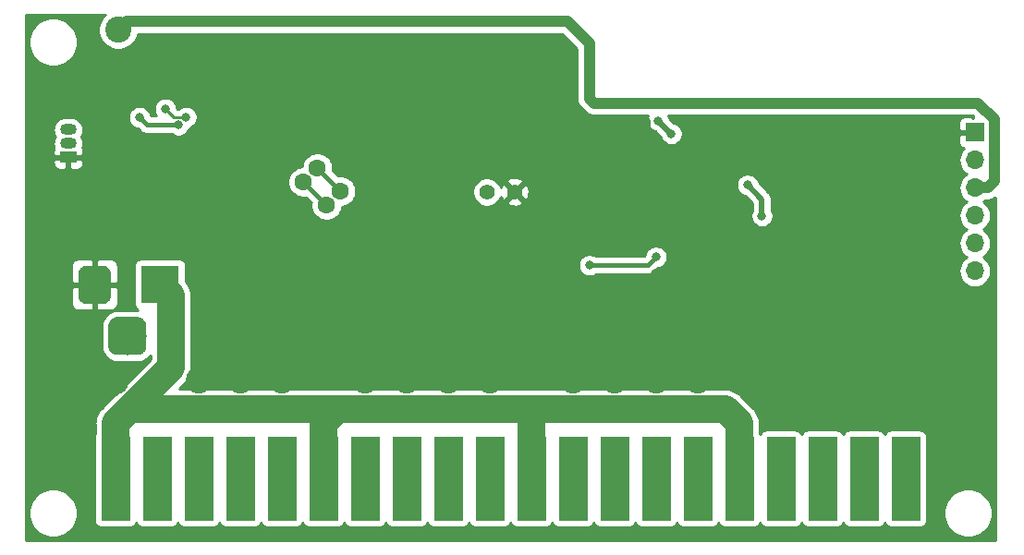
<source format=gbr>
G04 #@! TF.GenerationSoftware,KiCad,Pcbnew,(5.1.0-0)*
G04 #@! TF.CreationDate,2019-12-01T11:51:17+01:00*
G04 #@! TF.ProjectId,esp32,65737033-322e-46b6-9963-61645f706362,rev?*
G04 #@! TF.SameCoordinates,Original*
G04 #@! TF.FileFunction,Copper,L2,Bot*
G04 #@! TF.FilePolarity,Positive*
%FSLAX46Y46*%
G04 Gerber Fmt 4.6, Leading zero omitted, Abs format (unit mm)*
G04 Created by KiCad (PCBNEW (5.1.0-0)) date 2019-12-01 11:51:17*
%MOMM*%
%LPD*%
G04 APERTURE LIST*
%ADD10C,0.100000*%
%ADD11R,1.500000X1.050000*%
%ADD12O,1.500000X1.050000*%
%ADD13C,2.500000*%
%ADD14C,1.400000*%
%ADD15R,3.500000X3.500000*%
%ADD16C,3.000000*%
%ADD17C,3.500000*%
%ADD18O,1.700000X1.700000*%
%ADD19R,1.700000X1.700000*%
%ADD20C,1.600000*%
%ADD21C,0.800000*%
%ADD22C,2.400000*%
%ADD23C,1.000000*%
%ADD24C,2.500000*%
%ADD25C,0.500000*%
%ADD26C,0.400000*%
%ADD27C,0.250000*%
%ADD28C,0.254000*%
G04 APERTURE END LIST*
D10*
G36*
X104670000Y-101440000D02*
G01*
X104670000Y-109060000D01*
X107210000Y-109060000D01*
X107210000Y-101440000D01*
X104670000Y-101440000D01*
G37*
X104670000Y-101440000D02*
X104670000Y-109060000D01*
X107210000Y-109060000D01*
X107210000Y-101440000D01*
X104670000Y-101440000D01*
G36*
X123720000Y-101440000D02*
G01*
X123720000Y-109060000D01*
X126260000Y-109060000D01*
X126260000Y-101440000D01*
X123720000Y-101440000D01*
G37*
X123720000Y-101440000D02*
X123720000Y-109060000D01*
X126260000Y-109060000D01*
X126260000Y-101440000D01*
X123720000Y-101440000D01*
G36*
X142770000Y-101440000D02*
G01*
X142770000Y-109060000D01*
X145310000Y-109060000D01*
X145310000Y-101440000D01*
X142770000Y-101440000D01*
G37*
X142770000Y-101440000D02*
X142770000Y-109060000D01*
X145310000Y-109060000D01*
X145310000Y-101440000D01*
X142770000Y-101440000D01*
G36*
X93240000Y-101440000D02*
G01*
X93240000Y-109060000D01*
X95780000Y-109060000D01*
X95780000Y-101440000D01*
X93240000Y-101440000D01*
G37*
X93240000Y-101440000D02*
X93240000Y-109060000D01*
X95780000Y-109060000D01*
X95780000Y-101440000D01*
X93240000Y-101440000D01*
G36*
X89430000Y-101440000D02*
G01*
X89430000Y-109060000D01*
X91970000Y-109060000D01*
X91970000Y-101440000D01*
X89430000Y-101440000D01*
G37*
X89430000Y-101440000D02*
X89430000Y-109060000D01*
X91970000Y-109060000D01*
X91970000Y-101440000D01*
X89430000Y-101440000D01*
G36*
X85620000Y-101440000D02*
G01*
X85620000Y-109060000D01*
X88160000Y-109060000D01*
X88160000Y-101440000D01*
X85620000Y-101440000D01*
G37*
X85620000Y-101440000D02*
X85620000Y-109060000D01*
X88160000Y-109060000D01*
X88160000Y-101440000D01*
X85620000Y-101440000D01*
G36*
X158010000Y-101440000D02*
G01*
X158010000Y-109060000D01*
X160550000Y-109060000D01*
X160550000Y-101440000D01*
X158010000Y-101440000D01*
G37*
X158010000Y-101440000D02*
X158010000Y-109060000D01*
X160550000Y-109060000D01*
X160550000Y-101440000D01*
X158010000Y-101440000D01*
G36*
X154200000Y-101440000D02*
G01*
X154200000Y-109060000D01*
X156740000Y-109060000D01*
X156740000Y-101440000D01*
X154200000Y-101440000D01*
G37*
X154200000Y-101440000D02*
X154200000Y-109060000D01*
X156740000Y-109060000D01*
X156740000Y-101440000D01*
X154200000Y-101440000D01*
G36*
X150390000Y-101440000D02*
G01*
X150390000Y-109060000D01*
X152930000Y-109060000D01*
X152930000Y-101440000D01*
X150390000Y-101440000D01*
G37*
X150390000Y-101440000D02*
X150390000Y-109060000D01*
X152930000Y-109060000D01*
X152930000Y-101440000D01*
X150390000Y-101440000D01*
G36*
X146580000Y-101440000D02*
G01*
X146580000Y-109060000D01*
X149120000Y-109060000D01*
X149120000Y-101440000D01*
X146580000Y-101440000D01*
G37*
X146580000Y-101440000D02*
X146580000Y-109060000D01*
X149120000Y-109060000D01*
X149120000Y-101440000D01*
X146580000Y-101440000D01*
G36*
X138960000Y-101440000D02*
G01*
X138960000Y-109060000D01*
X141500000Y-109060000D01*
X141500000Y-101440000D01*
X138960000Y-101440000D01*
G37*
X138960000Y-101440000D02*
X138960000Y-109060000D01*
X141500000Y-109060000D01*
X141500000Y-101440000D01*
X138960000Y-101440000D01*
G36*
X135150000Y-101440000D02*
G01*
X135150000Y-109060000D01*
X137690000Y-109060000D01*
X137690000Y-101440000D01*
X135150000Y-101440000D01*
G37*
X135150000Y-101440000D02*
X135150000Y-109060000D01*
X137690000Y-109060000D01*
X137690000Y-101440000D01*
X135150000Y-101440000D01*
G36*
X131340000Y-101440000D02*
G01*
X131340000Y-109060000D01*
X133880000Y-109060000D01*
X133880000Y-101440000D01*
X131340000Y-101440000D01*
G37*
X131340000Y-101440000D02*
X131340000Y-109060000D01*
X133880000Y-109060000D01*
X133880000Y-101440000D01*
X131340000Y-101440000D01*
G36*
X127530000Y-101440000D02*
G01*
X127530000Y-109060000D01*
X130070000Y-109060000D01*
X130070000Y-101440000D01*
X127530000Y-101440000D01*
G37*
X127530000Y-101440000D02*
X127530000Y-109060000D01*
X130070000Y-109060000D01*
X130070000Y-101440000D01*
X127530000Y-101440000D01*
G36*
X119910000Y-101440000D02*
G01*
X119910000Y-109060000D01*
X122450000Y-109060000D01*
X122450000Y-101440000D01*
X119910000Y-101440000D01*
G37*
X119910000Y-101440000D02*
X119910000Y-109060000D01*
X122450000Y-109060000D01*
X122450000Y-101440000D01*
X119910000Y-101440000D01*
G36*
X116100000Y-101440000D02*
G01*
X116100000Y-109060000D01*
X118640000Y-109060000D01*
X118640000Y-101440000D01*
X116100000Y-101440000D01*
G37*
X116100000Y-101440000D02*
X116100000Y-109060000D01*
X118640000Y-109060000D01*
X118640000Y-101440000D01*
X116100000Y-101440000D01*
G36*
X112290000Y-101440000D02*
G01*
X112290000Y-109060000D01*
X114830000Y-109060000D01*
X114830000Y-101440000D01*
X112290000Y-101440000D01*
G37*
X112290000Y-101440000D02*
X112290000Y-109060000D01*
X114830000Y-109060000D01*
X114830000Y-101440000D01*
X112290000Y-101440000D01*
G36*
X108480000Y-101440000D02*
G01*
X108480000Y-109060000D01*
X111020000Y-109060000D01*
X111020000Y-101440000D01*
X108480000Y-101440000D01*
G37*
X108480000Y-101440000D02*
X108480000Y-109060000D01*
X111020000Y-109060000D01*
X111020000Y-101440000D01*
X108480000Y-101440000D01*
G36*
X100860000Y-101440000D02*
G01*
X100860000Y-109060000D01*
X103400000Y-109060000D01*
X103400000Y-101440000D01*
X100860000Y-101440000D01*
G37*
X100860000Y-101440000D02*
X100860000Y-109060000D01*
X103400000Y-109060000D01*
X103400000Y-101440000D01*
X100860000Y-101440000D01*
G36*
X97050000Y-101440000D02*
G01*
X97050000Y-109060000D01*
X99590000Y-109060000D01*
X99590000Y-101440000D01*
X97050000Y-101440000D01*
G37*
X97050000Y-101440000D02*
X97050000Y-109060000D01*
X99590000Y-109060000D01*
X99590000Y-101440000D01*
X97050000Y-101440000D01*
D11*
X82572000Y-75786000D03*
D12*
X82572000Y-73246000D03*
X82572000Y-74516000D03*
D13*
X105940000Y-105250000D03*
X124990000Y-105250000D03*
X144040000Y-105250000D03*
X94510000Y-105250000D03*
X90700000Y-105250000D03*
X86890000Y-105250000D03*
X159280000Y-105250000D03*
X155470000Y-105250000D03*
X151660000Y-105250000D03*
X147850000Y-105250000D03*
X140230000Y-105250000D03*
X136420000Y-105250000D03*
X132610000Y-105250000D03*
X128800000Y-105250000D03*
X121180000Y-105250000D03*
X117370000Y-105250000D03*
X113560000Y-105250000D03*
X109750000Y-105250000D03*
X102130000Y-105250000D03*
X98320000Y-105250000D03*
D14*
X123466000Y-78961000D03*
X120926000Y-78961000D03*
D15*
X90985000Y-87470000D03*
D10*
G36*
X85808513Y-85723611D02*
G01*
X85881318Y-85734411D01*
X85952714Y-85752295D01*
X86022013Y-85777090D01*
X86088548Y-85808559D01*
X86151678Y-85846398D01*
X86210795Y-85890242D01*
X86265330Y-85939670D01*
X86314758Y-85994205D01*
X86358602Y-86053322D01*
X86396441Y-86116452D01*
X86427910Y-86182987D01*
X86452705Y-86252286D01*
X86470589Y-86323682D01*
X86481389Y-86396487D01*
X86485000Y-86470000D01*
X86485000Y-88470000D01*
X86481389Y-88543513D01*
X86470589Y-88616318D01*
X86452705Y-88687714D01*
X86427910Y-88757013D01*
X86396441Y-88823548D01*
X86358602Y-88886678D01*
X86314758Y-88945795D01*
X86265330Y-89000330D01*
X86210795Y-89049758D01*
X86151678Y-89093602D01*
X86088548Y-89131441D01*
X86022013Y-89162910D01*
X85952714Y-89187705D01*
X85881318Y-89205589D01*
X85808513Y-89216389D01*
X85735000Y-89220000D01*
X84235000Y-89220000D01*
X84161487Y-89216389D01*
X84088682Y-89205589D01*
X84017286Y-89187705D01*
X83947987Y-89162910D01*
X83881452Y-89131441D01*
X83818322Y-89093602D01*
X83759205Y-89049758D01*
X83704670Y-89000330D01*
X83655242Y-88945795D01*
X83611398Y-88886678D01*
X83573559Y-88823548D01*
X83542090Y-88757013D01*
X83517295Y-88687714D01*
X83499411Y-88616318D01*
X83488611Y-88543513D01*
X83485000Y-88470000D01*
X83485000Y-86470000D01*
X83488611Y-86396487D01*
X83499411Y-86323682D01*
X83517295Y-86252286D01*
X83542090Y-86182987D01*
X83573559Y-86116452D01*
X83611398Y-86053322D01*
X83655242Y-85994205D01*
X83704670Y-85939670D01*
X83759205Y-85890242D01*
X83818322Y-85846398D01*
X83881452Y-85808559D01*
X83947987Y-85777090D01*
X84017286Y-85752295D01*
X84088682Y-85734411D01*
X84161487Y-85723611D01*
X84235000Y-85720000D01*
X85735000Y-85720000D01*
X85808513Y-85723611D01*
X85808513Y-85723611D01*
G37*
D16*
X84985000Y-87470000D03*
D10*
G36*
X88945765Y-90424213D02*
G01*
X89030704Y-90436813D01*
X89113999Y-90457677D01*
X89194848Y-90486605D01*
X89272472Y-90523319D01*
X89346124Y-90567464D01*
X89415094Y-90618616D01*
X89478718Y-90676282D01*
X89536384Y-90739906D01*
X89587536Y-90808876D01*
X89631681Y-90882528D01*
X89668395Y-90960152D01*
X89697323Y-91041001D01*
X89718187Y-91124296D01*
X89730787Y-91209235D01*
X89735000Y-91295000D01*
X89735000Y-93045000D01*
X89730787Y-93130765D01*
X89718187Y-93215704D01*
X89697323Y-93298999D01*
X89668395Y-93379848D01*
X89631681Y-93457472D01*
X89587536Y-93531124D01*
X89536384Y-93600094D01*
X89478718Y-93663718D01*
X89415094Y-93721384D01*
X89346124Y-93772536D01*
X89272472Y-93816681D01*
X89194848Y-93853395D01*
X89113999Y-93882323D01*
X89030704Y-93903187D01*
X88945765Y-93915787D01*
X88860000Y-93920000D01*
X87110000Y-93920000D01*
X87024235Y-93915787D01*
X86939296Y-93903187D01*
X86856001Y-93882323D01*
X86775152Y-93853395D01*
X86697528Y-93816681D01*
X86623876Y-93772536D01*
X86554906Y-93721384D01*
X86491282Y-93663718D01*
X86433616Y-93600094D01*
X86382464Y-93531124D01*
X86338319Y-93457472D01*
X86301605Y-93379848D01*
X86272677Y-93298999D01*
X86251813Y-93215704D01*
X86239213Y-93130765D01*
X86235000Y-93045000D01*
X86235000Y-91295000D01*
X86239213Y-91209235D01*
X86251813Y-91124296D01*
X86272677Y-91041001D01*
X86301605Y-90960152D01*
X86338319Y-90882528D01*
X86382464Y-90808876D01*
X86433616Y-90739906D01*
X86491282Y-90676282D01*
X86554906Y-90618616D01*
X86623876Y-90567464D01*
X86697528Y-90523319D01*
X86775152Y-90486605D01*
X86856001Y-90457677D01*
X86939296Y-90436813D01*
X87024235Y-90424213D01*
X87110000Y-90420000D01*
X88860000Y-90420000D01*
X88945765Y-90424213D01*
X88945765Y-90424213D01*
G37*
D17*
X87985000Y-92170000D03*
D18*
X165630000Y-86200000D03*
X165630000Y-83660000D03*
X165630000Y-81120000D03*
X165630000Y-78580000D03*
X165630000Y-76040000D03*
D19*
X165630000Y-73500000D03*
D20*
X136674000Y-86708000D03*
X111655000Y-69944000D03*
X110004000Y-77437000D03*
X118640000Y-69944000D03*
D21*
X91081000Y-76929000D03*
X94637000Y-75405000D03*
X91208000Y-67150000D03*
X94637000Y-67023000D03*
D20*
X127022000Y-68420000D03*
X127022000Y-79850000D03*
D22*
X94510000Y-96250000D03*
X86890000Y-96360000D03*
X98320000Y-96250000D03*
X102130000Y-96250000D03*
X109750000Y-96250000D03*
X113560000Y-96250000D03*
X117370000Y-96250000D03*
X121180000Y-96250000D03*
X128800000Y-96250000D03*
X132610000Y-96250000D03*
X136420000Y-96250000D03*
X140230000Y-96250000D03*
X147850000Y-96360000D03*
X151660000Y-96360000D03*
X155470000Y-96360000D03*
X159280000Y-96360000D03*
X146580000Y-73500000D03*
X158010000Y-73500000D03*
X158010000Y-87470000D03*
X165630000Y-91280000D03*
D20*
X135150000Y-72738000D03*
X118894000Y-86962000D03*
X123974000Y-88232000D03*
X123720000Y-93058000D03*
D22*
X87144000Y-64102000D03*
D21*
X144802000Y-78326000D03*
X146123458Y-81171458D03*
X136616960Y-72426960D03*
X137819042Y-73629042D03*
D20*
X107520454Y-78884868D03*
X105399132Y-76763546D03*
D21*
X92659892Y-72828000D03*
X89093560Y-72140515D03*
X136420000Y-84930000D03*
X130324000Y-85692000D03*
X93367000Y-72103000D03*
X91462000Y-71341000D03*
D20*
X106247661Y-80157661D03*
X104126339Y-78036339D03*
D23*
X167408000Y-72317998D02*
X167408000Y-78004081D01*
X165940012Y-70850010D02*
X167408000Y-72317998D01*
X130753336Y-70850010D02*
X165940012Y-70850010D01*
X130313990Y-65361990D02*
X130313990Y-70410664D01*
X166832081Y-78580000D02*
X165630000Y-78580000D01*
X167408000Y-78004081D02*
X166832081Y-78580000D01*
X87144000Y-64102000D02*
X87906000Y-63340000D01*
X130313990Y-70410664D02*
X130753336Y-70850010D01*
X87906000Y-63340000D02*
X128292000Y-63340000D01*
X128292000Y-63340000D02*
X130313990Y-65361990D01*
D24*
X90985000Y-87470000D02*
X91970000Y-88455000D01*
X91970000Y-88455000D02*
X91970000Y-95090000D01*
X86890000Y-100170000D02*
X86890000Y-105250000D01*
X91970000Y-95090000D02*
X88160000Y-98900000D01*
X88160000Y-98900000D02*
X86890000Y-100170000D01*
X142770000Y-98900000D02*
X144040000Y-100170000D01*
X144040000Y-100170000D02*
X144040000Y-105250000D01*
X124990000Y-105250000D02*
X124990000Y-98900000D01*
X124990000Y-98900000D02*
X142770000Y-98900000D01*
X105940000Y-100170000D02*
X107210000Y-98900000D01*
X105940000Y-105250000D02*
X105940000Y-100170000D01*
X107210000Y-98900000D02*
X124990000Y-98900000D01*
X88160000Y-98900000D02*
X107210000Y-98900000D01*
D25*
X146123458Y-81171458D02*
X146123458Y-79647458D01*
X146123458Y-79647458D02*
X144802000Y-78326000D01*
X136616960Y-72426960D02*
X137819042Y-73629042D01*
D26*
X107520454Y-78884868D02*
X105399132Y-76763546D01*
X89781045Y-72828000D02*
X89093560Y-72140515D01*
X92659892Y-72828000D02*
X89781045Y-72828000D01*
X135658000Y-85692000D02*
X130324000Y-85692000D01*
X136420000Y-84930000D02*
X135658000Y-85692000D01*
D27*
X92224000Y-72103000D02*
X91462000Y-71341000D01*
X93367000Y-72103000D02*
X92224000Y-72103000D01*
D26*
X106247661Y-80157661D02*
X104126339Y-78036339D01*
D28*
G36*
X85718662Y-62932256D02*
G01*
X85517844Y-63232801D01*
X85379518Y-63566750D01*
X85309000Y-63921268D01*
X85309000Y-64282732D01*
X85379518Y-64637250D01*
X85517844Y-64971199D01*
X85718662Y-65271744D01*
X85974256Y-65527338D01*
X86274801Y-65728156D01*
X86608750Y-65866482D01*
X86963268Y-65937000D01*
X87324732Y-65937000D01*
X87679250Y-65866482D01*
X88013199Y-65728156D01*
X88313744Y-65527338D01*
X88569338Y-65271744D01*
X88770156Y-64971199D01*
X88908482Y-64637250D01*
X88940756Y-64475000D01*
X127821869Y-64475000D01*
X129178990Y-65832123D01*
X129178991Y-70354903D01*
X129173499Y-70410664D01*
X129195413Y-70633162D01*
X129260314Y-70847110D01*
X129297524Y-70916724D01*
X129365707Y-71044287D01*
X129507542Y-71217113D01*
X129550850Y-71252655D01*
X129911340Y-71613145D01*
X129946887Y-71656459D01*
X130119713Y-71798294D01*
X130275479Y-71881552D01*
X130316889Y-71903686D01*
X130530837Y-71968587D01*
X130753335Y-71990501D01*
X130809087Y-71985010D01*
X135679746Y-71985010D01*
X135621734Y-72125062D01*
X135581960Y-72325021D01*
X135581960Y-72528899D01*
X135621734Y-72728858D01*
X135699755Y-72917216D01*
X135813023Y-73086734D01*
X135957186Y-73230897D01*
X136126704Y-73344165D01*
X136315062Y-73422186D01*
X136371917Y-73433495D01*
X136812507Y-73874086D01*
X136823816Y-73930940D01*
X136901837Y-74119298D01*
X137015105Y-74288816D01*
X137159268Y-74432979D01*
X137328786Y-74546247D01*
X137517144Y-74624268D01*
X137717103Y-74664042D01*
X137920981Y-74664042D01*
X138120940Y-74624268D01*
X138309298Y-74546247D01*
X138478816Y-74432979D01*
X138622979Y-74288816D01*
X138736247Y-74119298D01*
X138814268Y-73930940D01*
X138854042Y-73730981D01*
X138854042Y-73527103D01*
X138814268Y-73327144D01*
X138736247Y-73138786D01*
X138622979Y-72969268D01*
X138478816Y-72825105D01*
X138309298Y-72711837D01*
X138120940Y-72633816D01*
X138064086Y-72622507D01*
X137623495Y-72181917D01*
X137612186Y-72125062D01*
X137554174Y-71985010D01*
X165469881Y-71985010D01*
X165502998Y-72018127D01*
X165502998Y-72173748D01*
X165344250Y-72015000D01*
X164780000Y-72011928D01*
X164655518Y-72024188D01*
X164535820Y-72060498D01*
X164425506Y-72119463D01*
X164328815Y-72198815D01*
X164249463Y-72295506D01*
X164190498Y-72405820D01*
X164154188Y-72525518D01*
X164141928Y-72650000D01*
X164145000Y-73214250D01*
X164303750Y-73373000D01*
X165503000Y-73373000D01*
X165503000Y-73353000D01*
X165757000Y-73353000D01*
X165757000Y-73373000D01*
X165777000Y-73373000D01*
X165777000Y-73627000D01*
X165757000Y-73627000D01*
X165757000Y-73647000D01*
X165503000Y-73647000D01*
X165503000Y-73627000D01*
X164303750Y-73627000D01*
X164145000Y-73785750D01*
X164141928Y-74350000D01*
X164154188Y-74474482D01*
X164190498Y-74594180D01*
X164249463Y-74704494D01*
X164328815Y-74801185D01*
X164425506Y-74880537D01*
X164535820Y-74939502D01*
X164604687Y-74960393D01*
X164574866Y-74984866D01*
X164389294Y-75210986D01*
X164251401Y-75468966D01*
X164166487Y-75748889D01*
X164137815Y-76040000D01*
X164166487Y-76331111D01*
X164251401Y-76611034D01*
X164389294Y-76869014D01*
X164574866Y-77095134D01*
X164800986Y-77280706D01*
X164855791Y-77310000D01*
X164800986Y-77339294D01*
X164574866Y-77524866D01*
X164389294Y-77750986D01*
X164251401Y-78008966D01*
X164166487Y-78288889D01*
X164137815Y-78580000D01*
X164166487Y-78871111D01*
X164251401Y-79151034D01*
X164389294Y-79409014D01*
X164574866Y-79635134D01*
X164800986Y-79820706D01*
X164855791Y-79850000D01*
X164800986Y-79879294D01*
X164574866Y-80064866D01*
X164389294Y-80290986D01*
X164251401Y-80548966D01*
X164166487Y-80828889D01*
X164137815Y-81120000D01*
X164166487Y-81411111D01*
X164251401Y-81691034D01*
X164389294Y-81949014D01*
X164574866Y-82175134D01*
X164800986Y-82360706D01*
X164855791Y-82390000D01*
X164800986Y-82419294D01*
X164574866Y-82604866D01*
X164389294Y-82830986D01*
X164251401Y-83088966D01*
X164166487Y-83368889D01*
X164137815Y-83660000D01*
X164166487Y-83951111D01*
X164251401Y-84231034D01*
X164389294Y-84489014D01*
X164574866Y-84715134D01*
X164800986Y-84900706D01*
X164855791Y-84930000D01*
X164800986Y-84959294D01*
X164574866Y-85144866D01*
X164389294Y-85370986D01*
X164251401Y-85628966D01*
X164166487Y-85908889D01*
X164137815Y-86200000D01*
X164166487Y-86491111D01*
X164251401Y-86771034D01*
X164389294Y-87029014D01*
X164574866Y-87255134D01*
X164800986Y-87440706D01*
X165058966Y-87578599D01*
X165338889Y-87663513D01*
X165557050Y-87685000D01*
X165702950Y-87685000D01*
X165921111Y-87663513D01*
X166201034Y-87578599D01*
X166459014Y-87440706D01*
X166685134Y-87255134D01*
X166870706Y-87029014D01*
X167008599Y-86771034D01*
X167093513Y-86491111D01*
X167122185Y-86200000D01*
X167093513Y-85908889D01*
X167008599Y-85628966D01*
X166870706Y-85370986D01*
X166685134Y-85144866D01*
X166459014Y-84959294D01*
X166404209Y-84930000D01*
X166459014Y-84900706D01*
X166685134Y-84715134D01*
X166870706Y-84489014D01*
X167008599Y-84231034D01*
X167093513Y-83951111D01*
X167122185Y-83660000D01*
X167093513Y-83368889D01*
X167008599Y-83088966D01*
X166870706Y-82830986D01*
X166685134Y-82604866D01*
X166459014Y-82419294D01*
X166404209Y-82390000D01*
X166459014Y-82360706D01*
X166685134Y-82175134D01*
X166870706Y-81949014D01*
X167008599Y-81691034D01*
X167093513Y-81411111D01*
X167122185Y-81120000D01*
X167093513Y-80828889D01*
X167008599Y-80548966D01*
X166870706Y-80290986D01*
X166685134Y-80064866D01*
X166459014Y-79879294D01*
X166404209Y-79850000D01*
X166459014Y-79820706D01*
X166587817Y-79715000D01*
X166776330Y-79715000D01*
X166832081Y-79720491D01*
X166887832Y-79715000D01*
X166887833Y-79715000D01*
X167054580Y-79698577D01*
X167268528Y-79633676D01*
X167465704Y-79528284D01*
X167485000Y-79512448D01*
X167485001Y-110915000D01*
X78685000Y-110915000D01*
X78685000Y-108204872D01*
X78940000Y-108204872D01*
X78940000Y-108645128D01*
X79025890Y-109076925D01*
X79194369Y-109483669D01*
X79438962Y-109849729D01*
X79750271Y-110161038D01*
X80116331Y-110405631D01*
X80523075Y-110574110D01*
X80954872Y-110660000D01*
X81395128Y-110660000D01*
X81826925Y-110574110D01*
X82233669Y-110405631D01*
X82599729Y-110161038D01*
X82911038Y-109849729D01*
X83155631Y-109483669D01*
X83324110Y-109076925D01*
X83410000Y-108645128D01*
X83410000Y-108204872D01*
X83324110Y-107773075D01*
X83155631Y-107366331D01*
X82911038Y-107000271D01*
X82599729Y-106688962D01*
X82233669Y-106444369D01*
X81826925Y-106275890D01*
X81395128Y-106190000D01*
X80954872Y-106190000D01*
X80523075Y-106275890D01*
X80116331Y-106444369D01*
X79750271Y-106688962D01*
X79438962Y-107000271D01*
X79194369Y-107366331D01*
X79025890Y-107773075D01*
X78940000Y-108204872D01*
X78685000Y-108204872D01*
X78685000Y-101440000D01*
X84935000Y-101440000D01*
X84935000Y-109060000D01*
X84941290Y-109124145D01*
X84947133Y-109188356D01*
X84947812Y-109190662D01*
X84948046Y-109193051D01*
X84966666Y-109254723D01*
X84984879Y-109316606D01*
X84985992Y-109318736D01*
X84986686Y-109321033D01*
X85016916Y-109377886D01*
X85046816Y-109435081D01*
X85048323Y-109436955D01*
X85049449Y-109439073D01*
X85090157Y-109488986D01*
X85130586Y-109539269D01*
X85132427Y-109540813D01*
X85133944Y-109542674D01*
X85183616Y-109583766D01*
X85232998Y-109625203D01*
X85235102Y-109626360D01*
X85236953Y-109627891D01*
X85293639Y-109658541D01*
X85350150Y-109689608D01*
X85352442Y-109690335D01*
X85354552Y-109691476D01*
X85416084Y-109710524D01*
X85477580Y-109730031D01*
X85479968Y-109730299D01*
X85482262Y-109731009D01*
X85546366Y-109737746D01*
X85610436Y-109744933D01*
X85615050Y-109744965D01*
X85615218Y-109744983D01*
X85615386Y-109744968D01*
X85620000Y-109745000D01*
X88160000Y-109745000D01*
X88224145Y-109738710D01*
X88288356Y-109732867D01*
X88290662Y-109732188D01*
X88293051Y-109731954D01*
X88354723Y-109713334D01*
X88416606Y-109695121D01*
X88418736Y-109694008D01*
X88421033Y-109693314D01*
X88477886Y-109663084D01*
X88535081Y-109633184D01*
X88536955Y-109631677D01*
X88539073Y-109630551D01*
X88588986Y-109589843D01*
X88639269Y-109549414D01*
X88640813Y-109547573D01*
X88642674Y-109546056D01*
X88683766Y-109496384D01*
X88725203Y-109447002D01*
X88726360Y-109444898D01*
X88727891Y-109443047D01*
X88758541Y-109386361D01*
X88789608Y-109329850D01*
X88790335Y-109327558D01*
X88791476Y-109325448D01*
X88794554Y-109315503D01*
X88794879Y-109316606D01*
X88795992Y-109318736D01*
X88796686Y-109321033D01*
X88826916Y-109377886D01*
X88856816Y-109435081D01*
X88858323Y-109436955D01*
X88859449Y-109439073D01*
X88900157Y-109488986D01*
X88940586Y-109539269D01*
X88942427Y-109540813D01*
X88943944Y-109542674D01*
X88993616Y-109583766D01*
X89042998Y-109625203D01*
X89045102Y-109626360D01*
X89046953Y-109627891D01*
X89103639Y-109658541D01*
X89160150Y-109689608D01*
X89162442Y-109690335D01*
X89164552Y-109691476D01*
X89226084Y-109710524D01*
X89287580Y-109730031D01*
X89289968Y-109730299D01*
X89292262Y-109731009D01*
X89356366Y-109737746D01*
X89420436Y-109744933D01*
X89425050Y-109744965D01*
X89425218Y-109744983D01*
X89425386Y-109744968D01*
X89430000Y-109745000D01*
X91970000Y-109745000D01*
X92034145Y-109738710D01*
X92098356Y-109732867D01*
X92100662Y-109732188D01*
X92103051Y-109731954D01*
X92164723Y-109713334D01*
X92226606Y-109695121D01*
X92228736Y-109694008D01*
X92231033Y-109693314D01*
X92287886Y-109663084D01*
X92345081Y-109633184D01*
X92346955Y-109631677D01*
X92349073Y-109630551D01*
X92398986Y-109589843D01*
X92449269Y-109549414D01*
X92450813Y-109547573D01*
X92452674Y-109546056D01*
X92493766Y-109496384D01*
X92535203Y-109447002D01*
X92536360Y-109444898D01*
X92537891Y-109443047D01*
X92568541Y-109386361D01*
X92599608Y-109329850D01*
X92600335Y-109327558D01*
X92601476Y-109325448D01*
X92604554Y-109315503D01*
X92604879Y-109316606D01*
X92605992Y-109318736D01*
X92606686Y-109321033D01*
X92636916Y-109377886D01*
X92666816Y-109435081D01*
X92668323Y-109436955D01*
X92669449Y-109439073D01*
X92710157Y-109488986D01*
X92750586Y-109539269D01*
X92752427Y-109540813D01*
X92753944Y-109542674D01*
X92803616Y-109583766D01*
X92852998Y-109625203D01*
X92855102Y-109626360D01*
X92856953Y-109627891D01*
X92913639Y-109658541D01*
X92970150Y-109689608D01*
X92972442Y-109690335D01*
X92974552Y-109691476D01*
X93036084Y-109710524D01*
X93097580Y-109730031D01*
X93099968Y-109730299D01*
X93102262Y-109731009D01*
X93166366Y-109737746D01*
X93230436Y-109744933D01*
X93235050Y-109744965D01*
X93235218Y-109744983D01*
X93235386Y-109744968D01*
X93240000Y-109745000D01*
X95780000Y-109745000D01*
X95844145Y-109738710D01*
X95908356Y-109732867D01*
X95910662Y-109732188D01*
X95913051Y-109731954D01*
X95974723Y-109713334D01*
X96036606Y-109695121D01*
X96038736Y-109694008D01*
X96041033Y-109693314D01*
X96097886Y-109663084D01*
X96155081Y-109633184D01*
X96156955Y-109631677D01*
X96159073Y-109630551D01*
X96208986Y-109589843D01*
X96259269Y-109549414D01*
X96260813Y-109547573D01*
X96262674Y-109546056D01*
X96303766Y-109496384D01*
X96345203Y-109447002D01*
X96346360Y-109444898D01*
X96347891Y-109443047D01*
X96378541Y-109386361D01*
X96409608Y-109329850D01*
X96410335Y-109327558D01*
X96411476Y-109325448D01*
X96414554Y-109315503D01*
X96414879Y-109316606D01*
X96415992Y-109318736D01*
X96416686Y-109321033D01*
X96446916Y-109377886D01*
X96476816Y-109435081D01*
X96478323Y-109436955D01*
X96479449Y-109439073D01*
X96520157Y-109488986D01*
X96560586Y-109539269D01*
X96562427Y-109540813D01*
X96563944Y-109542674D01*
X96613616Y-109583766D01*
X96662998Y-109625203D01*
X96665102Y-109626360D01*
X96666953Y-109627891D01*
X96723639Y-109658541D01*
X96780150Y-109689608D01*
X96782442Y-109690335D01*
X96784552Y-109691476D01*
X96846084Y-109710524D01*
X96907580Y-109730031D01*
X96909968Y-109730299D01*
X96912262Y-109731009D01*
X96976366Y-109737746D01*
X97040436Y-109744933D01*
X97045050Y-109744965D01*
X97045218Y-109744983D01*
X97045386Y-109744968D01*
X97050000Y-109745000D01*
X99590000Y-109745000D01*
X99654145Y-109738710D01*
X99718356Y-109732867D01*
X99720662Y-109732188D01*
X99723051Y-109731954D01*
X99784723Y-109713334D01*
X99846606Y-109695121D01*
X99848736Y-109694008D01*
X99851033Y-109693314D01*
X99907886Y-109663084D01*
X99965081Y-109633184D01*
X99966955Y-109631677D01*
X99969073Y-109630551D01*
X100018986Y-109589843D01*
X100069269Y-109549414D01*
X100070813Y-109547573D01*
X100072674Y-109546056D01*
X100113766Y-109496384D01*
X100155203Y-109447002D01*
X100156360Y-109444898D01*
X100157891Y-109443047D01*
X100188541Y-109386361D01*
X100219608Y-109329850D01*
X100220335Y-109327558D01*
X100221476Y-109325448D01*
X100224554Y-109315503D01*
X100224879Y-109316606D01*
X100225992Y-109318736D01*
X100226686Y-109321033D01*
X100256916Y-109377886D01*
X100286816Y-109435081D01*
X100288323Y-109436955D01*
X100289449Y-109439073D01*
X100330157Y-109488986D01*
X100370586Y-109539269D01*
X100372427Y-109540813D01*
X100373944Y-109542674D01*
X100423616Y-109583766D01*
X100472998Y-109625203D01*
X100475102Y-109626360D01*
X100476953Y-109627891D01*
X100533639Y-109658541D01*
X100590150Y-109689608D01*
X100592442Y-109690335D01*
X100594552Y-109691476D01*
X100656084Y-109710524D01*
X100717580Y-109730031D01*
X100719968Y-109730299D01*
X100722262Y-109731009D01*
X100786366Y-109737746D01*
X100850436Y-109744933D01*
X100855050Y-109744965D01*
X100855218Y-109744983D01*
X100855386Y-109744968D01*
X100860000Y-109745000D01*
X103400000Y-109745000D01*
X103464145Y-109738710D01*
X103528356Y-109732867D01*
X103530662Y-109732188D01*
X103533051Y-109731954D01*
X103594723Y-109713334D01*
X103656606Y-109695121D01*
X103658736Y-109694008D01*
X103661033Y-109693314D01*
X103717886Y-109663084D01*
X103775081Y-109633184D01*
X103776955Y-109631677D01*
X103779073Y-109630551D01*
X103828986Y-109589843D01*
X103879269Y-109549414D01*
X103880813Y-109547573D01*
X103882674Y-109546056D01*
X103923766Y-109496384D01*
X103965203Y-109447002D01*
X103966360Y-109444898D01*
X103967891Y-109443047D01*
X103998541Y-109386361D01*
X104029608Y-109329850D01*
X104030335Y-109327558D01*
X104031476Y-109325448D01*
X104034554Y-109315503D01*
X104034879Y-109316606D01*
X104035992Y-109318736D01*
X104036686Y-109321033D01*
X104066916Y-109377886D01*
X104096816Y-109435081D01*
X104098323Y-109436955D01*
X104099449Y-109439073D01*
X104140157Y-109488986D01*
X104180586Y-109539269D01*
X104182427Y-109540813D01*
X104183944Y-109542674D01*
X104233616Y-109583766D01*
X104282998Y-109625203D01*
X104285102Y-109626360D01*
X104286953Y-109627891D01*
X104343639Y-109658541D01*
X104400150Y-109689608D01*
X104402442Y-109690335D01*
X104404552Y-109691476D01*
X104466084Y-109710524D01*
X104527580Y-109730031D01*
X104529968Y-109730299D01*
X104532262Y-109731009D01*
X104596366Y-109737746D01*
X104660436Y-109744933D01*
X104665050Y-109744965D01*
X104665218Y-109744983D01*
X104665386Y-109744968D01*
X104670000Y-109745000D01*
X107210000Y-109745000D01*
X107274145Y-109738710D01*
X107338356Y-109732867D01*
X107340662Y-109732188D01*
X107343051Y-109731954D01*
X107404723Y-109713334D01*
X107466606Y-109695121D01*
X107468736Y-109694008D01*
X107471033Y-109693314D01*
X107527886Y-109663084D01*
X107585081Y-109633184D01*
X107586955Y-109631677D01*
X107589073Y-109630551D01*
X107638986Y-109589843D01*
X107689269Y-109549414D01*
X107690813Y-109547573D01*
X107692674Y-109546056D01*
X107733766Y-109496384D01*
X107775203Y-109447002D01*
X107776360Y-109444898D01*
X107777891Y-109443047D01*
X107808541Y-109386361D01*
X107839608Y-109329850D01*
X107840335Y-109327558D01*
X107841476Y-109325448D01*
X107844554Y-109315503D01*
X107844879Y-109316606D01*
X107845992Y-109318736D01*
X107846686Y-109321033D01*
X107876916Y-109377886D01*
X107906816Y-109435081D01*
X107908323Y-109436955D01*
X107909449Y-109439073D01*
X107950157Y-109488986D01*
X107990586Y-109539269D01*
X107992427Y-109540813D01*
X107993944Y-109542674D01*
X108043616Y-109583766D01*
X108092998Y-109625203D01*
X108095102Y-109626360D01*
X108096953Y-109627891D01*
X108153639Y-109658541D01*
X108210150Y-109689608D01*
X108212442Y-109690335D01*
X108214552Y-109691476D01*
X108276084Y-109710524D01*
X108337580Y-109730031D01*
X108339968Y-109730299D01*
X108342262Y-109731009D01*
X108406366Y-109737746D01*
X108470436Y-109744933D01*
X108475050Y-109744965D01*
X108475218Y-109744983D01*
X108475386Y-109744968D01*
X108480000Y-109745000D01*
X111020000Y-109745000D01*
X111084145Y-109738710D01*
X111148356Y-109732867D01*
X111150662Y-109732188D01*
X111153051Y-109731954D01*
X111214723Y-109713334D01*
X111276606Y-109695121D01*
X111278736Y-109694008D01*
X111281033Y-109693314D01*
X111337886Y-109663084D01*
X111395081Y-109633184D01*
X111396955Y-109631677D01*
X111399073Y-109630551D01*
X111448986Y-109589843D01*
X111499269Y-109549414D01*
X111500813Y-109547573D01*
X111502674Y-109546056D01*
X111543766Y-109496384D01*
X111585203Y-109447002D01*
X111586360Y-109444898D01*
X111587891Y-109443047D01*
X111618541Y-109386361D01*
X111649608Y-109329850D01*
X111650335Y-109327558D01*
X111651476Y-109325448D01*
X111654554Y-109315503D01*
X111654879Y-109316606D01*
X111655992Y-109318736D01*
X111656686Y-109321033D01*
X111686916Y-109377886D01*
X111716816Y-109435081D01*
X111718323Y-109436955D01*
X111719449Y-109439073D01*
X111760157Y-109488986D01*
X111800586Y-109539269D01*
X111802427Y-109540813D01*
X111803944Y-109542674D01*
X111853616Y-109583766D01*
X111902998Y-109625203D01*
X111905102Y-109626360D01*
X111906953Y-109627891D01*
X111963639Y-109658541D01*
X112020150Y-109689608D01*
X112022442Y-109690335D01*
X112024552Y-109691476D01*
X112086084Y-109710524D01*
X112147580Y-109730031D01*
X112149968Y-109730299D01*
X112152262Y-109731009D01*
X112216366Y-109737746D01*
X112280436Y-109744933D01*
X112285050Y-109744965D01*
X112285218Y-109744983D01*
X112285386Y-109744968D01*
X112290000Y-109745000D01*
X114830000Y-109745000D01*
X114894145Y-109738710D01*
X114958356Y-109732867D01*
X114960662Y-109732188D01*
X114963051Y-109731954D01*
X115024723Y-109713334D01*
X115086606Y-109695121D01*
X115088736Y-109694008D01*
X115091033Y-109693314D01*
X115147886Y-109663084D01*
X115205081Y-109633184D01*
X115206955Y-109631677D01*
X115209073Y-109630551D01*
X115258986Y-109589843D01*
X115309269Y-109549414D01*
X115310813Y-109547573D01*
X115312674Y-109546056D01*
X115353766Y-109496384D01*
X115395203Y-109447002D01*
X115396360Y-109444898D01*
X115397891Y-109443047D01*
X115428541Y-109386361D01*
X115459608Y-109329850D01*
X115460335Y-109327558D01*
X115461476Y-109325448D01*
X115464554Y-109315503D01*
X115464879Y-109316606D01*
X115465992Y-109318736D01*
X115466686Y-109321033D01*
X115496916Y-109377886D01*
X115526816Y-109435081D01*
X115528323Y-109436955D01*
X115529449Y-109439073D01*
X115570157Y-109488986D01*
X115610586Y-109539269D01*
X115612427Y-109540813D01*
X115613944Y-109542674D01*
X115663616Y-109583766D01*
X115712998Y-109625203D01*
X115715102Y-109626360D01*
X115716953Y-109627891D01*
X115773639Y-109658541D01*
X115830150Y-109689608D01*
X115832442Y-109690335D01*
X115834552Y-109691476D01*
X115896084Y-109710524D01*
X115957580Y-109730031D01*
X115959968Y-109730299D01*
X115962262Y-109731009D01*
X116026366Y-109737746D01*
X116090436Y-109744933D01*
X116095050Y-109744965D01*
X116095218Y-109744983D01*
X116095386Y-109744968D01*
X116100000Y-109745000D01*
X118640000Y-109745000D01*
X118704145Y-109738710D01*
X118768356Y-109732867D01*
X118770662Y-109732188D01*
X118773051Y-109731954D01*
X118834723Y-109713334D01*
X118896606Y-109695121D01*
X118898736Y-109694008D01*
X118901033Y-109693314D01*
X118957886Y-109663084D01*
X119015081Y-109633184D01*
X119016955Y-109631677D01*
X119019073Y-109630551D01*
X119068986Y-109589843D01*
X119119269Y-109549414D01*
X119120813Y-109547573D01*
X119122674Y-109546056D01*
X119163766Y-109496384D01*
X119205203Y-109447002D01*
X119206360Y-109444898D01*
X119207891Y-109443047D01*
X119238541Y-109386361D01*
X119269608Y-109329850D01*
X119270335Y-109327558D01*
X119271476Y-109325448D01*
X119274554Y-109315503D01*
X119274879Y-109316606D01*
X119275992Y-109318736D01*
X119276686Y-109321033D01*
X119306916Y-109377886D01*
X119336816Y-109435081D01*
X119338323Y-109436955D01*
X119339449Y-109439073D01*
X119380157Y-109488986D01*
X119420586Y-109539269D01*
X119422427Y-109540813D01*
X119423944Y-109542674D01*
X119473616Y-109583766D01*
X119522998Y-109625203D01*
X119525102Y-109626360D01*
X119526953Y-109627891D01*
X119583639Y-109658541D01*
X119640150Y-109689608D01*
X119642442Y-109690335D01*
X119644552Y-109691476D01*
X119706084Y-109710524D01*
X119767580Y-109730031D01*
X119769968Y-109730299D01*
X119772262Y-109731009D01*
X119836366Y-109737746D01*
X119900436Y-109744933D01*
X119905050Y-109744965D01*
X119905218Y-109744983D01*
X119905386Y-109744968D01*
X119910000Y-109745000D01*
X122450000Y-109745000D01*
X122514145Y-109738710D01*
X122578356Y-109732867D01*
X122580662Y-109732188D01*
X122583051Y-109731954D01*
X122644723Y-109713334D01*
X122706606Y-109695121D01*
X122708736Y-109694008D01*
X122711033Y-109693314D01*
X122767886Y-109663084D01*
X122825081Y-109633184D01*
X122826955Y-109631677D01*
X122829073Y-109630551D01*
X122878986Y-109589843D01*
X122929269Y-109549414D01*
X122930813Y-109547573D01*
X122932674Y-109546056D01*
X122973766Y-109496384D01*
X123015203Y-109447002D01*
X123016360Y-109444898D01*
X123017891Y-109443047D01*
X123048541Y-109386361D01*
X123079608Y-109329850D01*
X123080335Y-109327558D01*
X123081476Y-109325448D01*
X123084554Y-109315503D01*
X123084879Y-109316606D01*
X123085992Y-109318736D01*
X123086686Y-109321033D01*
X123116916Y-109377886D01*
X123146816Y-109435081D01*
X123148323Y-109436955D01*
X123149449Y-109439073D01*
X123190157Y-109488986D01*
X123230586Y-109539269D01*
X123232427Y-109540813D01*
X123233944Y-109542674D01*
X123283616Y-109583766D01*
X123332998Y-109625203D01*
X123335102Y-109626360D01*
X123336953Y-109627891D01*
X123393639Y-109658541D01*
X123450150Y-109689608D01*
X123452442Y-109690335D01*
X123454552Y-109691476D01*
X123516084Y-109710524D01*
X123577580Y-109730031D01*
X123579968Y-109730299D01*
X123582262Y-109731009D01*
X123646366Y-109737746D01*
X123710436Y-109744933D01*
X123715050Y-109744965D01*
X123715218Y-109744983D01*
X123715386Y-109744968D01*
X123720000Y-109745000D01*
X126260000Y-109745000D01*
X126324145Y-109738710D01*
X126388356Y-109732867D01*
X126390662Y-109732188D01*
X126393051Y-109731954D01*
X126454723Y-109713334D01*
X126516606Y-109695121D01*
X126518736Y-109694008D01*
X126521033Y-109693314D01*
X126577886Y-109663084D01*
X126635081Y-109633184D01*
X126636955Y-109631677D01*
X126639073Y-109630551D01*
X126688986Y-109589843D01*
X126739269Y-109549414D01*
X126740813Y-109547573D01*
X126742674Y-109546056D01*
X126783766Y-109496384D01*
X126825203Y-109447002D01*
X126826360Y-109444898D01*
X126827891Y-109443047D01*
X126858541Y-109386361D01*
X126889608Y-109329850D01*
X126890335Y-109327558D01*
X126891476Y-109325448D01*
X126894554Y-109315503D01*
X126894879Y-109316606D01*
X126895992Y-109318736D01*
X126896686Y-109321033D01*
X126926916Y-109377886D01*
X126956816Y-109435081D01*
X126958323Y-109436955D01*
X126959449Y-109439073D01*
X127000157Y-109488986D01*
X127040586Y-109539269D01*
X127042427Y-109540813D01*
X127043944Y-109542674D01*
X127093616Y-109583766D01*
X127142998Y-109625203D01*
X127145102Y-109626360D01*
X127146953Y-109627891D01*
X127203639Y-109658541D01*
X127260150Y-109689608D01*
X127262442Y-109690335D01*
X127264552Y-109691476D01*
X127326084Y-109710524D01*
X127387580Y-109730031D01*
X127389968Y-109730299D01*
X127392262Y-109731009D01*
X127456366Y-109737746D01*
X127520436Y-109744933D01*
X127525050Y-109744965D01*
X127525218Y-109744983D01*
X127525386Y-109744968D01*
X127530000Y-109745000D01*
X130070000Y-109745000D01*
X130134145Y-109738710D01*
X130198356Y-109732867D01*
X130200662Y-109732188D01*
X130203051Y-109731954D01*
X130264723Y-109713334D01*
X130326606Y-109695121D01*
X130328736Y-109694008D01*
X130331033Y-109693314D01*
X130387886Y-109663084D01*
X130445081Y-109633184D01*
X130446955Y-109631677D01*
X130449073Y-109630551D01*
X130498986Y-109589843D01*
X130549269Y-109549414D01*
X130550813Y-109547573D01*
X130552674Y-109546056D01*
X130593766Y-109496384D01*
X130635203Y-109447002D01*
X130636360Y-109444898D01*
X130637891Y-109443047D01*
X130668541Y-109386361D01*
X130699608Y-109329850D01*
X130700335Y-109327558D01*
X130701476Y-109325448D01*
X130704554Y-109315503D01*
X130704879Y-109316606D01*
X130705992Y-109318736D01*
X130706686Y-109321033D01*
X130736916Y-109377886D01*
X130766816Y-109435081D01*
X130768323Y-109436955D01*
X130769449Y-109439073D01*
X130810157Y-109488986D01*
X130850586Y-109539269D01*
X130852427Y-109540813D01*
X130853944Y-109542674D01*
X130903616Y-109583766D01*
X130952998Y-109625203D01*
X130955102Y-109626360D01*
X130956953Y-109627891D01*
X131013639Y-109658541D01*
X131070150Y-109689608D01*
X131072442Y-109690335D01*
X131074552Y-109691476D01*
X131136084Y-109710524D01*
X131197580Y-109730031D01*
X131199968Y-109730299D01*
X131202262Y-109731009D01*
X131266366Y-109737746D01*
X131330436Y-109744933D01*
X131335050Y-109744965D01*
X131335218Y-109744983D01*
X131335386Y-109744968D01*
X131340000Y-109745000D01*
X133880000Y-109745000D01*
X133944145Y-109738710D01*
X134008356Y-109732867D01*
X134010662Y-109732188D01*
X134013051Y-109731954D01*
X134074723Y-109713334D01*
X134136606Y-109695121D01*
X134138736Y-109694008D01*
X134141033Y-109693314D01*
X134197886Y-109663084D01*
X134255081Y-109633184D01*
X134256955Y-109631677D01*
X134259073Y-109630551D01*
X134308986Y-109589843D01*
X134359269Y-109549414D01*
X134360813Y-109547573D01*
X134362674Y-109546056D01*
X134403766Y-109496384D01*
X134445203Y-109447002D01*
X134446360Y-109444898D01*
X134447891Y-109443047D01*
X134478541Y-109386361D01*
X134509608Y-109329850D01*
X134510335Y-109327558D01*
X134511476Y-109325448D01*
X134514554Y-109315503D01*
X134514879Y-109316606D01*
X134515992Y-109318736D01*
X134516686Y-109321033D01*
X134546916Y-109377886D01*
X134576816Y-109435081D01*
X134578323Y-109436955D01*
X134579449Y-109439073D01*
X134620157Y-109488986D01*
X134660586Y-109539269D01*
X134662427Y-109540813D01*
X134663944Y-109542674D01*
X134713616Y-109583766D01*
X134762998Y-109625203D01*
X134765102Y-109626360D01*
X134766953Y-109627891D01*
X134823639Y-109658541D01*
X134880150Y-109689608D01*
X134882442Y-109690335D01*
X134884552Y-109691476D01*
X134946084Y-109710524D01*
X135007580Y-109730031D01*
X135009968Y-109730299D01*
X135012262Y-109731009D01*
X135076366Y-109737746D01*
X135140436Y-109744933D01*
X135145050Y-109744965D01*
X135145218Y-109744983D01*
X135145386Y-109744968D01*
X135150000Y-109745000D01*
X137690000Y-109745000D01*
X137754145Y-109738710D01*
X137818356Y-109732867D01*
X137820662Y-109732188D01*
X137823051Y-109731954D01*
X137884723Y-109713334D01*
X137946606Y-109695121D01*
X137948736Y-109694008D01*
X137951033Y-109693314D01*
X138007886Y-109663084D01*
X138065081Y-109633184D01*
X138066955Y-109631677D01*
X138069073Y-109630551D01*
X138118986Y-109589843D01*
X138169269Y-109549414D01*
X138170813Y-109547573D01*
X138172674Y-109546056D01*
X138213766Y-109496384D01*
X138255203Y-109447002D01*
X138256360Y-109444898D01*
X138257891Y-109443047D01*
X138288541Y-109386361D01*
X138319608Y-109329850D01*
X138320335Y-109327558D01*
X138321476Y-109325448D01*
X138324554Y-109315503D01*
X138324879Y-109316606D01*
X138325992Y-109318736D01*
X138326686Y-109321033D01*
X138356916Y-109377886D01*
X138386816Y-109435081D01*
X138388323Y-109436955D01*
X138389449Y-109439073D01*
X138430157Y-109488986D01*
X138470586Y-109539269D01*
X138472427Y-109540813D01*
X138473944Y-109542674D01*
X138523616Y-109583766D01*
X138572998Y-109625203D01*
X138575102Y-109626360D01*
X138576953Y-109627891D01*
X138633639Y-109658541D01*
X138690150Y-109689608D01*
X138692442Y-109690335D01*
X138694552Y-109691476D01*
X138756084Y-109710524D01*
X138817580Y-109730031D01*
X138819968Y-109730299D01*
X138822262Y-109731009D01*
X138886366Y-109737746D01*
X138950436Y-109744933D01*
X138955050Y-109744965D01*
X138955218Y-109744983D01*
X138955386Y-109744968D01*
X138960000Y-109745000D01*
X141500000Y-109745000D01*
X141564145Y-109738710D01*
X141628356Y-109732867D01*
X141630662Y-109732188D01*
X141633051Y-109731954D01*
X141694723Y-109713334D01*
X141756606Y-109695121D01*
X141758736Y-109694008D01*
X141761033Y-109693314D01*
X141817886Y-109663084D01*
X141875081Y-109633184D01*
X141876955Y-109631677D01*
X141879073Y-109630551D01*
X141928986Y-109589843D01*
X141979269Y-109549414D01*
X141980813Y-109547573D01*
X141982674Y-109546056D01*
X142023766Y-109496384D01*
X142065203Y-109447002D01*
X142066360Y-109444898D01*
X142067891Y-109443047D01*
X142098541Y-109386361D01*
X142129608Y-109329850D01*
X142130335Y-109327558D01*
X142131476Y-109325448D01*
X142134554Y-109315503D01*
X142134879Y-109316606D01*
X142135992Y-109318736D01*
X142136686Y-109321033D01*
X142166916Y-109377886D01*
X142196816Y-109435081D01*
X142198323Y-109436955D01*
X142199449Y-109439073D01*
X142240157Y-109488986D01*
X142280586Y-109539269D01*
X142282427Y-109540813D01*
X142283944Y-109542674D01*
X142333616Y-109583766D01*
X142382998Y-109625203D01*
X142385102Y-109626360D01*
X142386953Y-109627891D01*
X142443639Y-109658541D01*
X142500150Y-109689608D01*
X142502442Y-109690335D01*
X142504552Y-109691476D01*
X142566084Y-109710524D01*
X142627580Y-109730031D01*
X142629968Y-109730299D01*
X142632262Y-109731009D01*
X142696366Y-109737746D01*
X142760436Y-109744933D01*
X142765050Y-109744965D01*
X142765218Y-109744983D01*
X142765386Y-109744968D01*
X142770000Y-109745000D01*
X145310000Y-109745000D01*
X145374145Y-109738710D01*
X145438356Y-109732867D01*
X145440662Y-109732188D01*
X145443051Y-109731954D01*
X145504723Y-109713334D01*
X145566606Y-109695121D01*
X145568736Y-109694008D01*
X145571033Y-109693314D01*
X145627886Y-109663084D01*
X145685081Y-109633184D01*
X145686955Y-109631677D01*
X145689073Y-109630551D01*
X145738986Y-109589843D01*
X145789269Y-109549414D01*
X145790813Y-109547573D01*
X145792674Y-109546056D01*
X145833766Y-109496384D01*
X145875203Y-109447002D01*
X145876360Y-109444898D01*
X145877891Y-109443047D01*
X145908541Y-109386361D01*
X145939608Y-109329850D01*
X145940335Y-109327558D01*
X145941476Y-109325448D01*
X145944554Y-109315503D01*
X145944879Y-109316606D01*
X145945992Y-109318736D01*
X145946686Y-109321033D01*
X145976916Y-109377886D01*
X146006816Y-109435081D01*
X146008323Y-109436955D01*
X146009449Y-109439073D01*
X146050157Y-109488986D01*
X146090586Y-109539269D01*
X146092427Y-109540813D01*
X146093944Y-109542674D01*
X146143616Y-109583766D01*
X146192998Y-109625203D01*
X146195102Y-109626360D01*
X146196953Y-109627891D01*
X146253639Y-109658541D01*
X146310150Y-109689608D01*
X146312442Y-109690335D01*
X146314552Y-109691476D01*
X146376084Y-109710524D01*
X146437580Y-109730031D01*
X146439968Y-109730299D01*
X146442262Y-109731009D01*
X146506366Y-109737746D01*
X146570436Y-109744933D01*
X146575050Y-109744965D01*
X146575218Y-109744983D01*
X146575386Y-109744968D01*
X146580000Y-109745000D01*
X149120000Y-109745000D01*
X149184145Y-109738710D01*
X149248356Y-109732867D01*
X149250662Y-109732188D01*
X149253051Y-109731954D01*
X149314723Y-109713334D01*
X149376606Y-109695121D01*
X149378736Y-109694008D01*
X149381033Y-109693314D01*
X149437886Y-109663084D01*
X149495081Y-109633184D01*
X149496955Y-109631677D01*
X149499073Y-109630551D01*
X149548986Y-109589843D01*
X149599269Y-109549414D01*
X149600813Y-109547573D01*
X149602674Y-109546056D01*
X149643766Y-109496384D01*
X149685203Y-109447002D01*
X149686360Y-109444898D01*
X149687891Y-109443047D01*
X149718541Y-109386361D01*
X149749608Y-109329850D01*
X149750335Y-109327558D01*
X149751476Y-109325448D01*
X149754554Y-109315503D01*
X149754879Y-109316606D01*
X149755992Y-109318736D01*
X149756686Y-109321033D01*
X149786916Y-109377886D01*
X149816816Y-109435081D01*
X149818323Y-109436955D01*
X149819449Y-109439073D01*
X149860157Y-109488986D01*
X149900586Y-109539269D01*
X149902427Y-109540813D01*
X149903944Y-109542674D01*
X149953616Y-109583766D01*
X150002998Y-109625203D01*
X150005102Y-109626360D01*
X150006953Y-109627891D01*
X150063639Y-109658541D01*
X150120150Y-109689608D01*
X150122442Y-109690335D01*
X150124552Y-109691476D01*
X150186084Y-109710524D01*
X150247580Y-109730031D01*
X150249968Y-109730299D01*
X150252262Y-109731009D01*
X150316366Y-109737746D01*
X150380436Y-109744933D01*
X150385050Y-109744965D01*
X150385218Y-109744983D01*
X150385386Y-109744968D01*
X150390000Y-109745000D01*
X152930000Y-109745000D01*
X152994145Y-109738710D01*
X153058356Y-109732867D01*
X153060662Y-109732188D01*
X153063051Y-109731954D01*
X153124723Y-109713334D01*
X153186606Y-109695121D01*
X153188736Y-109694008D01*
X153191033Y-109693314D01*
X153247886Y-109663084D01*
X153305081Y-109633184D01*
X153306955Y-109631677D01*
X153309073Y-109630551D01*
X153358986Y-109589843D01*
X153409269Y-109549414D01*
X153410813Y-109547573D01*
X153412674Y-109546056D01*
X153453766Y-109496384D01*
X153495203Y-109447002D01*
X153496360Y-109444898D01*
X153497891Y-109443047D01*
X153528541Y-109386361D01*
X153559608Y-109329850D01*
X153560335Y-109327558D01*
X153561476Y-109325448D01*
X153564554Y-109315503D01*
X153564879Y-109316606D01*
X153565992Y-109318736D01*
X153566686Y-109321033D01*
X153596916Y-109377886D01*
X153626816Y-109435081D01*
X153628323Y-109436955D01*
X153629449Y-109439073D01*
X153670157Y-109488986D01*
X153710586Y-109539269D01*
X153712427Y-109540813D01*
X153713944Y-109542674D01*
X153763616Y-109583766D01*
X153812998Y-109625203D01*
X153815102Y-109626360D01*
X153816953Y-109627891D01*
X153873639Y-109658541D01*
X153930150Y-109689608D01*
X153932442Y-109690335D01*
X153934552Y-109691476D01*
X153996084Y-109710524D01*
X154057580Y-109730031D01*
X154059968Y-109730299D01*
X154062262Y-109731009D01*
X154126366Y-109737746D01*
X154190436Y-109744933D01*
X154195050Y-109744965D01*
X154195218Y-109744983D01*
X154195386Y-109744968D01*
X154200000Y-109745000D01*
X156740000Y-109745000D01*
X156804145Y-109738710D01*
X156868356Y-109732867D01*
X156870662Y-109732188D01*
X156873051Y-109731954D01*
X156934723Y-109713334D01*
X156996606Y-109695121D01*
X156998736Y-109694008D01*
X157001033Y-109693314D01*
X157057886Y-109663084D01*
X157115081Y-109633184D01*
X157116955Y-109631677D01*
X157119073Y-109630551D01*
X157168986Y-109589843D01*
X157219269Y-109549414D01*
X157220813Y-109547573D01*
X157222674Y-109546056D01*
X157263766Y-109496384D01*
X157305203Y-109447002D01*
X157306360Y-109444898D01*
X157307891Y-109443047D01*
X157338541Y-109386361D01*
X157369608Y-109329850D01*
X157370335Y-109327558D01*
X157371476Y-109325448D01*
X157374554Y-109315503D01*
X157374879Y-109316606D01*
X157375992Y-109318736D01*
X157376686Y-109321033D01*
X157406916Y-109377886D01*
X157436816Y-109435081D01*
X157438323Y-109436955D01*
X157439449Y-109439073D01*
X157480157Y-109488986D01*
X157520586Y-109539269D01*
X157522427Y-109540813D01*
X157523944Y-109542674D01*
X157573616Y-109583766D01*
X157622998Y-109625203D01*
X157625102Y-109626360D01*
X157626953Y-109627891D01*
X157683639Y-109658541D01*
X157740150Y-109689608D01*
X157742442Y-109690335D01*
X157744552Y-109691476D01*
X157806084Y-109710524D01*
X157867580Y-109730031D01*
X157869968Y-109730299D01*
X157872262Y-109731009D01*
X157936366Y-109737746D01*
X158000436Y-109744933D01*
X158005050Y-109744965D01*
X158005218Y-109744983D01*
X158005386Y-109744968D01*
X158010000Y-109745000D01*
X160550000Y-109745000D01*
X160614145Y-109738710D01*
X160678356Y-109732867D01*
X160680662Y-109732188D01*
X160683051Y-109731954D01*
X160744723Y-109713334D01*
X160806606Y-109695121D01*
X160808736Y-109694008D01*
X160811033Y-109693314D01*
X160867886Y-109663084D01*
X160925081Y-109633184D01*
X160926955Y-109631677D01*
X160929073Y-109630551D01*
X160978986Y-109589843D01*
X161029269Y-109549414D01*
X161030813Y-109547573D01*
X161032674Y-109546056D01*
X161073766Y-109496384D01*
X161115203Y-109447002D01*
X161116360Y-109444898D01*
X161117891Y-109443047D01*
X161148541Y-109386361D01*
X161179608Y-109329850D01*
X161180335Y-109327558D01*
X161181476Y-109325448D01*
X161200524Y-109263916D01*
X161220031Y-109202420D01*
X161220299Y-109200032D01*
X161221009Y-109197738D01*
X161227746Y-109133634D01*
X161234933Y-109069564D01*
X161234965Y-109064950D01*
X161234983Y-109064782D01*
X161234968Y-109064614D01*
X161235000Y-109060000D01*
X161235000Y-108204872D01*
X162760000Y-108204872D01*
X162760000Y-108645128D01*
X162845890Y-109076925D01*
X163014369Y-109483669D01*
X163258962Y-109849729D01*
X163570271Y-110161038D01*
X163936331Y-110405631D01*
X164343075Y-110574110D01*
X164774872Y-110660000D01*
X165215128Y-110660000D01*
X165646925Y-110574110D01*
X166053669Y-110405631D01*
X166419729Y-110161038D01*
X166731038Y-109849729D01*
X166975631Y-109483669D01*
X167144110Y-109076925D01*
X167230000Y-108645128D01*
X167230000Y-108204872D01*
X167144110Y-107773075D01*
X166975631Y-107366331D01*
X166731038Y-107000271D01*
X166419729Y-106688962D01*
X166053669Y-106444369D01*
X165646925Y-106275890D01*
X165215128Y-106190000D01*
X164774872Y-106190000D01*
X164343075Y-106275890D01*
X163936331Y-106444369D01*
X163570271Y-106688962D01*
X163258962Y-107000271D01*
X163014369Y-107366331D01*
X162845890Y-107773075D01*
X162760000Y-108204872D01*
X161235000Y-108204872D01*
X161235000Y-101440000D01*
X161228710Y-101375855D01*
X161222867Y-101311644D01*
X161222188Y-101309338D01*
X161221954Y-101306949D01*
X161203334Y-101245277D01*
X161185121Y-101183394D01*
X161184008Y-101181264D01*
X161183314Y-101178967D01*
X161153084Y-101122114D01*
X161123184Y-101064919D01*
X161121677Y-101063045D01*
X161120551Y-101060927D01*
X161079843Y-101011014D01*
X161039414Y-100960731D01*
X161037573Y-100959187D01*
X161036056Y-100957326D01*
X160986384Y-100916234D01*
X160937002Y-100874797D01*
X160934898Y-100873640D01*
X160933047Y-100872109D01*
X160876361Y-100841459D01*
X160819850Y-100810392D01*
X160817558Y-100809665D01*
X160815448Y-100808524D01*
X160753916Y-100789476D01*
X160692420Y-100769969D01*
X160690032Y-100769701D01*
X160687738Y-100768991D01*
X160623634Y-100762254D01*
X160559564Y-100755067D01*
X160554950Y-100755035D01*
X160554782Y-100755017D01*
X160554614Y-100755032D01*
X160550000Y-100755000D01*
X158010000Y-100755000D01*
X157945855Y-100761290D01*
X157881644Y-100767133D01*
X157879338Y-100767812D01*
X157876949Y-100768046D01*
X157815277Y-100786666D01*
X157753394Y-100804879D01*
X157751264Y-100805992D01*
X157748967Y-100806686D01*
X157692114Y-100836916D01*
X157634919Y-100866816D01*
X157633045Y-100868323D01*
X157630927Y-100869449D01*
X157581014Y-100910157D01*
X157530731Y-100950586D01*
X157529187Y-100952427D01*
X157527326Y-100953944D01*
X157486234Y-101003616D01*
X157444797Y-101052998D01*
X157443640Y-101055102D01*
X157442109Y-101056953D01*
X157411459Y-101113639D01*
X157380392Y-101170150D01*
X157379665Y-101172442D01*
X157378524Y-101174552D01*
X157375446Y-101184497D01*
X157375121Y-101183394D01*
X157374008Y-101181264D01*
X157373314Y-101178967D01*
X157343084Y-101122114D01*
X157313184Y-101064919D01*
X157311677Y-101063045D01*
X157310551Y-101060927D01*
X157269843Y-101011014D01*
X157229414Y-100960731D01*
X157227573Y-100959187D01*
X157226056Y-100957326D01*
X157176384Y-100916234D01*
X157127002Y-100874797D01*
X157124898Y-100873640D01*
X157123047Y-100872109D01*
X157066361Y-100841459D01*
X157009850Y-100810392D01*
X157007558Y-100809665D01*
X157005448Y-100808524D01*
X156943916Y-100789476D01*
X156882420Y-100769969D01*
X156880032Y-100769701D01*
X156877738Y-100768991D01*
X156813634Y-100762254D01*
X156749564Y-100755067D01*
X156744950Y-100755035D01*
X156744782Y-100755017D01*
X156744614Y-100755032D01*
X156740000Y-100755000D01*
X154200000Y-100755000D01*
X154135855Y-100761290D01*
X154071644Y-100767133D01*
X154069338Y-100767812D01*
X154066949Y-100768046D01*
X154005277Y-100786666D01*
X153943394Y-100804879D01*
X153941264Y-100805992D01*
X153938967Y-100806686D01*
X153882114Y-100836916D01*
X153824919Y-100866816D01*
X153823045Y-100868323D01*
X153820927Y-100869449D01*
X153771014Y-100910157D01*
X153720731Y-100950586D01*
X153719187Y-100952427D01*
X153717326Y-100953944D01*
X153676234Y-101003616D01*
X153634797Y-101052998D01*
X153633640Y-101055102D01*
X153632109Y-101056953D01*
X153601459Y-101113639D01*
X153570392Y-101170150D01*
X153569665Y-101172442D01*
X153568524Y-101174552D01*
X153565446Y-101184497D01*
X153565121Y-101183394D01*
X153564008Y-101181264D01*
X153563314Y-101178967D01*
X153533084Y-101122114D01*
X153503184Y-101064919D01*
X153501677Y-101063045D01*
X153500551Y-101060927D01*
X153459843Y-101011014D01*
X153419414Y-100960731D01*
X153417573Y-100959187D01*
X153416056Y-100957326D01*
X153366384Y-100916234D01*
X153317002Y-100874797D01*
X153314898Y-100873640D01*
X153313047Y-100872109D01*
X153256361Y-100841459D01*
X153199850Y-100810392D01*
X153197558Y-100809665D01*
X153195448Y-100808524D01*
X153133916Y-100789476D01*
X153072420Y-100769969D01*
X153070032Y-100769701D01*
X153067738Y-100768991D01*
X153003634Y-100762254D01*
X152939564Y-100755067D01*
X152934950Y-100755035D01*
X152934782Y-100755017D01*
X152934614Y-100755032D01*
X152930000Y-100755000D01*
X150390000Y-100755000D01*
X150325855Y-100761290D01*
X150261644Y-100767133D01*
X150259338Y-100767812D01*
X150256949Y-100768046D01*
X150195277Y-100786666D01*
X150133394Y-100804879D01*
X150131264Y-100805992D01*
X150128967Y-100806686D01*
X150072114Y-100836916D01*
X150014919Y-100866816D01*
X150013045Y-100868323D01*
X150010927Y-100869449D01*
X149961014Y-100910157D01*
X149910731Y-100950586D01*
X149909187Y-100952427D01*
X149907326Y-100953944D01*
X149866234Y-101003616D01*
X149824797Y-101052998D01*
X149823640Y-101055102D01*
X149822109Y-101056953D01*
X149791459Y-101113639D01*
X149760392Y-101170150D01*
X149759665Y-101172442D01*
X149758524Y-101174552D01*
X149755446Y-101184497D01*
X149755121Y-101183394D01*
X149754008Y-101181264D01*
X149753314Y-101178967D01*
X149723084Y-101122114D01*
X149693184Y-101064919D01*
X149691677Y-101063045D01*
X149690551Y-101060927D01*
X149649843Y-101011014D01*
X149609414Y-100960731D01*
X149607573Y-100959187D01*
X149606056Y-100957326D01*
X149556384Y-100916234D01*
X149507002Y-100874797D01*
X149504898Y-100873640D01*
X149503047Y-100872109D01*
X149446361Y-100841459D01*
X149389850Y-100810392D01*
X149387558Y-100809665D01*
X149385448Y-100808524D01*
X149323916Y-100789476D01*
X149262420Y-100769969D01*
X149260032Y-100769701D01*
X149257738Y-100768991D01*
X149193634Y-100762254D01*
X149129564Y-100755067D01*
X149124950Y-100755035D01*
X149124782Y-100755017D01*
X149124614Y-100755032D01*
X149120000Y-100755000D01*
X146580000Y-100755000D01*
X146515855Y-100761290D01*
X146451644Y-100767133D01*
X146449338Y-100767812D01*
X146446949Y-100768046D01*
X146385277Y-100786666D01*
X146323394Y-100804879D01*
X146321264Y-100805992D01*
X146318967Y-100806686D01*
X146262114Y-100836916D01*
X146204919Y-100866816D01*
X146203045Y-100868323D01*
X146200927Y-100869449D01*
X146151014Y-100910157D01*
X146100731Y-100950586D01*
X146099187Y-100952427D01*
X146097326Y-100953944D01*
X146056234Y-101003616D01*
X146014797Y-101052998D01*
X146013640Y-101055102D01*
X146012109Y-101056953D01*
X145981459Y-101113639D01*
X145950392Y-101170150D01*
X145949665Y-101172442D01*
X145948524Y-101174552D01*
X145945446Y-101184497D01*
X145945121Y-101183394D01*
X145944008Y-101181264D01*
X145943314Y-101178967D01*
X145925000Y-101144523D01*
X145925000Y-100262586D01*
X145934119Y-100169999D01*
X145925000Y-100077412D01*
X145925000Y-100077403D01*
X145897725Y-99800476D01*
X145789939Y-99445152D01*
X145614903Y-99117683D01*
X145564321Y-99056049D01*
X145438372Y-98902579D01*
X145438370Y-98902577D01*
X145379345Y-98830655D01*
X145307423Y-98771630D01*
X144168372Y-97632580D01*
X144109345Y-97560655D01*
X143822317Y-97325097D01*
X143494848Y-97150061D01*
X143139524Y-97042275D01*
X142862597Y-97015000D01*
X142862589Y-97015000D01*
X142770000Y-97005881D01*
X142677411Y-97015000D01*
X125082597Y-97015000D01*
X124990000Y-97005880D01*
X124897403Y-97015000D01*
X107302586Y-97015000D01*
X107209999Y-97005881D01*
X107117412Y-97015000D01*
X92710793Y-97015000D01*
X93237423Y-96488370D01*
X93309345Y-96429345D01*
X93544903Y-96142317D01*
X93719939Y-95814848D01*
X93827725Y-95459524D01*
X93855000Y-95182597D01*
X93864120Y-95090000D01*
X93855000Y-94997403D01*
X93855000Y-88547586D01*
X93864119Y-88454999D01*
X93855000Y-88362412D01*
X93855000Y-88362403D01*
X93827725Y-88085476D01*
X93719939Y-87730152D01*
X93544903Y-87402683D01*
X93373072Y-87193307D01*
X93373072Y-85720000D01*
X93360812Y-85595518D01*
X93359157Y-85590061D01*
X129289000Y-85590061D01*
X129289000Y-85793939D01*
X129328774Y-85993898D01*
X129406795Y-86182256D01*
X129520063Y-86351774D01*
X129664226Y-86495937D01*
X129833744Y-86609205D01*
X130022102Y-86687226D01*
X130222061Y-86727000D01*
X130425939Y-86727000D01*
X130625898Y-86687226D01*
X130814256Y-86609205D01*
X130937285Y-86527000D01*
X135616982Y-86527000D01*
X135658000Y-86531040D01*
X135699018Y-86527000D01*
X135699019Y-86527000D01*
X135821689Y-86514918D01*
X135979087Y-86467172D01*
X136124146Y-86389636D01*
X136251291Y-86285291D01*
X136277445Y-86253422D01*
X136576775Y-85954092D01*
X136721898Y-85925226D01*
X136910256Y-85847205D01*
X137079774Y-85733937D01*
X137223937Y-85589774D01*
X137337205Y-85420256D01*
X137415226Y-85231898D01*
X137455000Y-85031939D01*
X137455000Y-84828061D01*
X137415226Y-84628102D01*
X137337205Y-84439744D01*
X137223937Y-84270226D01*
X137079774Y-84126063D01*
X136910256Y-84012795D01*
X136721898Y-83934774D01*
X136521939Y-83895000D01*
X136318061Y-83895000D01*
X136118102Y-83934774D01*
X135929744Y-84012795D01*
X135760226Y-84126063D01*
X135616063Y-84270226D01*
X135502795Y-84439744D01*
X135424774Y-84628102D01*
X135395908Y-84773225D01*
X135312132Y-84857000D01*
X130937285Y-84857000D01*
X130814256Y-84774795D01*
X130625898Y-84696774D01*
X130425939Y-84657000D01*
X130222061Y-84657000D01*
X130022102Y-84696774D01*
X129833744Y-84774795D01*
X129664226Y-84888063D01*
X129520063Y-85032226D01*
X129406795Y-85201744D01*
X129328774Y-85390102D01*
X129289000Y-85590061D01*
X93359157Y-85590061D01*
X93324502Y-85475820D01*
X93265537Y-85365506D01*
X93186185Y-85268815D01*
X93089494Y-85189463D01*
X92979180Y-85130498D01*
X92859482Y-85094188D01*
X92735000Y-85081928D01*
X89235000Y-85081928D01*
X89110518Y-85094188D01*
X88990820Y-85130498D01*
X88880506Y-85189463D01*
X88783815Y-85268815D01*
X88704463Y-85365506D01*
X88645498Y-85475820D01*
X88609188Y-85595518D01*
X88596928Y-85720000D01*
X88596928Y-89220000D01*
X88609188Y-89344482D01*
X88645498Y-89464180D01*
X88704463Y-89574494D01*
X88783815Y-89671185D01*
X88880506Y-89750537D01*
X88957131Y-89791494D01*
X88860000Y-89781928D01*
X87110000Y-89781928D01*
X86814814Y-89811001D01*
X86530972Y-89897104D01*
X86269382Y-90036927D01*
X86040097Y-90225097D01*
X85851927Y-90454382D01*
X85712104Y-90715972D01*
X85626001Y-90999814D01*
X85596928Y-91295000D01*
X85596928Y-93045000D01*
X85626001Y-93340186D01*
X85712104Y-93624028D01*
X85851927Y-93885618D01*
X86040097Y-94114903D01*
X86269382Y-94303073D01*
X86530972Y-94442896D01*
X86814814Y-94528999D01*
X87110000Y-94558072D01*
X88860000Y-94558072D01*
X89155186Y-94528999D01*
X89439028Y-94442896D01*
X89700618Y-94303073D01*
X89929903Y-94114903D01*
X90085001Y-93925916D01*
X90085001Y-94309206D01*
X86892584Y-97501624D01*
X86892579Y-97501628D01*
X86892577Y-97501630D01*
X86820655Y-97560655D01*
X86761630Y-97632577D01*
X85622582Y-98771626D01*
X85550655Y-98830655D01*
X85315097Y-99117683D01*
X85140061Y-99445153D01*
X85085551Y-99624848D01*
X85032276Y-99800475D01*
X85032275Y-99800477D01*
X85005000Y-100077404D01*
X85005000Y-100077411D01*
X84995881Y-100170000D01*
X85005000Y-100262590D01*
X85005000Y-101143578D01*
X84990392Y-101170150D01*
X84989665Y-101172442D01*
X84988524Y-101174552D01*
X84969476Y-101236084D01*
X84949969Y-101297580D01*
X84949701Y-101299968D01*
X84948991Y-101302262D01*
X84942254Y-101366366D01*
X84935067Y-101430436D01*
X84935035Y-101435050D01*
X84935017Y-101435218D01*
X84935032Y-101435386D01*
X84935000Y-101440000D01*
X78685000Y-101440000D01*
X78685000Y-89220000D01*
X82846928Y-89220000D01*
X82859188Y-89344482D01*
X82895498Y-89464180D01*
X82954463Y-89574494D01*
X83033815Y-89671185D01*
X83130506Y-89750537D01*
X83240820Y-89809502D01*
X83360518Y-89845812D01*
X83485000Y-89858072D01*
X84699250Y-89855000D01*
X84858000Y-89696250D01*
X84858000Y-87597000D01*
X85112000Y-87597000D01*
X85112000Y-89696250D01*
X85270750Y-89855000D01*
X86485000Y-89858072D01*
X86609482Y-89845812D01*
X86729180Y-89809502D01*
X86839494Y-89750537D01*
X86936185Y-89671185D01*
X87015537Y-89574494D01*
X87074502Y-89464180D01*
X87110812Y-89344482D01*
X87123072Y-89220000D01*
X87120000Y-87755750D01*
X86961250Y-87597000D01*
X85112000Y-87597000D01*
X84858000Y-87597000D01*
X83008750Y-87597000D01*
X82850000Y-87755750D01*
X82846928Y-89220000D01*
X78685000Y-89220000D01*
X78685000Y-85720000D01*
X82846928Y-85720000D01*
X82850000Y-87184250D01*
X83008750Y-87343000D01*
X84858000Y-87343000D01*
X84858000Y-85243750D01*
X85112000Y-85243750D01*
X85112000Y-87343000D01*
X86961250Y-87343000D01*
X87120000Y-87184250D01*
X87123072Y-85720000D01*
X87110812Y-85595518D01*
X87074502Y-85475820D01*
X87015537Y-85365506D01*
X86936185Y-85268815D01*
X86839494Y-85189463D01*
X86729180Y-85130498D01*
X86609482Y-85094188D01*
X86485000Y-85081928D01*
X85270750Y-85085000D01*
X85112000Y-85243750D01*
X84858000Y-85243750D01*
X84699250Y-85085000D01*
X83485000Y-85081928D01*
X83360518Y-85094188D01*
X83240820Y-85130498D01*
X83130506Y-85189463D01*
X83033815Y-85268815D01*
X82954463Y-85365506D01*
X82895498Y-85475820D01*
X82859188Y-85595518D01*
X82846928Y-85720000D01*
X78685000Y-85720000D01*
X78685000Y-77895004D01*
X102691339Y-77895004D01*
X102691339Y-78177674D01*
X102746486Y-78454913D01*
X102854659Y-78716066D01*
X103011702Y-78951098D01*
X103211580Y-79150976D01*
X103446612Y-79308019D01*
X103707765Y-79416192D01*
X103985004Y-79471339D01*
X104267674Y-79471339D01*
X104361757Y-79452624D01*
X104831375Y-79922243D01*
X104812661Y-80016326D01*
X104812661Y-80298996D01*
X104867808Y-80576235D01*
X104975981Y-80837388D01*
X105133024Y-81072420D01*
X105332902Y-81272298D01*
X105567934Y-81429341D01*
X105829087Y-81537514D01*
X106106326Y-81592661D01*
X106388996Y-81592661D01*
X106666235Y-81537514D01*
X106927388Y-81429341D01*
X107162420Y-81272298D01*
X107362298Y-81072420D01*
X107519341Y-80837388D01*
X107627514Y-80576235D01*
X107679198Y-80316405D01*
X107939028Y-80264721D01*
X108200181Y-80156548D01*
X108435213Y-79999505D01*
X108635091Y-79799627D01*
X108792134Y-79564595D01*
X108900307Y-79303442D01*
X108955454Y-79026203D01*
X108955454Y-78829514D01*
X119591000Y-78829514D01*
X119591000Y-79092486D01*
X119642304Y-79350405D01*
X119742939Y-79593359D01*
X119889038Y-79812013D01*
X120074987Y-79997962D01*
X120293641Y-80144061D01*
X120536595Y-80244696D01*
X120794514Y-80296000D01*
X121057486Y-80296000D01*
X121315405Y-80244696D01*
X121558359Y-80144061D01*
X121777013Y-79997962D01*
X121892706Y-79882269D01*
X122724336Y-79882269D01*
X122783797Y-80116037D01*
X123022242Y-80226934D01*
X123277740Y-80289183D01*
X123540473Y-80300390D01*
X123800344Y-80260125D01*
X124047366Y-80169935D01*
X124148203Y-80116037D01*
X124207664Y-79882269D01*
X123466000Y-79140605D01*
X122724336Y-79882269D01*
X121892706Y-79882269D01*
X121962962Y-79812013D01*
X122109061Y-79593359D01*
X122197621Y-79379556D01*
X122257065Y-79542366D01*
X122310963Y-79643203D01*
X122544731Y-79702664D01*
X123286395Y-78961000D01*
X123645605Y-78961000D01*
X124387269Y-79702664D01*
X124621037Y-79643203D01*
X124731934Y-79404758D01*
X124794183Y-79149260D01*
X124805390Y-78886527D01*
X124765125Y-78626656D01*
X124674935Y-78379634D01*
X124621037Y-78278797D01*
X124405846Y-78224061D01*
X143767000Y-78224061D01*
X143767000Y-78427939D01*
X143806774Y-78627898D01*
X143884795Y-78816256D01*
X143998063Y-78985774D01*
X144142226Y-79129937D01*
X144311744Y-79243205D01*
X144500102Y-79321226D01*
X144556957Y-79332535D01*
X145238459Y-80014038D01*
X145238458Y-80633003D01*
X145206253Y-80681202D01*
X145128232Y-80869560D01*
X145088458Y-81069519D01*
X145088458Y-81273397D01*
X145128232Y-81473356D01*
X145206253Y-81661714D01*
X145319521Y-81831232D01*
X145463684Y-81975395D01*
X145633202Y-82088663D01*
X145821560Y-82166684D01*
X146021519Y-82206458D01*
X146225397Y-82206458D01*
X146425356Y-82166684D01*
X146613714Y-82088663D01*
X146783232Y-81975395D01*
X146927395Y-81831232D01*
X147040663Y-81661714D01*
X147118684Y-81473356D01*
X147158458Y-81273397D01*
X147158458Y-81069519D01*
X147118684Y-80869560D01*
X147040663Y-80681202D01*
X147008458Y-80633004D01*
X147008458Y-79690927D01*
X147012739Y-79647458D01*
X147008458Y-79603989D01*
X147008458Y-79603981D01*
X146995653Y-79473968D01*
X146945047Y-79307145D01*
X146862869Y-79153399D01*
X146752275Y-79018641D01*
X146718507Y-78990928D01*
X145808535Y-78080957D01*
X145797226Y-78024102D01*
X145719205Y-77835744D01*
X145605937Y-77666226D01*
X145461774Y-77522063D01*
X145292256Y-77408795D01*
X145103898Y-77330774D01*
X144903939Y-77291000D01*
X144700061Y-77291000D01*
X144500102Y-77330774D01*
X144311744Y-77408795D01*
X144142226Y-77522063D01*
X143998063Y-77666226D01*
X143884795Y-77835744D01*
X143806774Y-78024102D01*
X143767000Y-78224061D01*
X124405846Y-78224061D01*
X124387269Y-78219336D01*
X123645605Y-78961000D01*
X123286395Y-78961000D01*
X122544731Y-78219336D01*
X122310963Y-78278797D01*
X122200066Y-78517242D01*
X122195294Y-78536827D01*
X122109061Y-78328641D01*
X121962962Y-78109987D01*
X121892706Y-78039731D01*
X122724336Y-78039731D01*
X123466000Y-78781395D01*
X124207664Y-78039731D01*
X124148203Y-77805963D01*
X123909758Y-77695066D01*
X123654260Y-77632817D01*
X123391527Y-77621610D01*
X123131656Y-77661875D01*
X122884634Y-77752065D01*
X122783797Y-77805963D01*
X122724336Y-78039731D01*
X121892706Y-78039731D01*
X121777013Y-77924038D01*
X121558359Y-77777939D01*
X121315405Y-77677304D01*
X121057486Y-77626000D01*
X120794514Y-77626000D01*
X120536595Y-77677304D01*
X120293641Y-77777939D01*
X120074987Y-77924038D01*
X119889038Y-78109987D01*
X119742939Y-78328641D01*
X119642304Y-78571595D01*
X119591000Y-78829514D01*
X108955454Y-78829514D01*
X108955454Y-78743533D01*
X108900307Y-78466294D01*
X108792134Y-78205141D01*
X108635091Y-77970109D01*
X108435213Y-77770231D01*
X108200181Y-77613188D01*
X107939028Y-77505015D01*
X107661789Y-77449868D01*
X107379119Y-77449868D01*
X107285036Y-77468582D01*
X106815417Y-76998964D01*
X106834132Y-76904881D01*
X106834132Y-76622211D01*
X106778985Y-76344972D01*
X106670812Y-76083819D01*
X106513769Y-75848787D01*
X106313891Y-75648909D01*
X106078859Y-75491866D01*
X105817706Y-75383693D01*
X105540467Y-75328546D01*
X105257797Y-75328546D01*
X104980558Y-75383693D01*
X104719405Y-75491866D01*
X104484373Y-75648909D01*
X104284495Y-75848787D01*
X104127452Y-76083819D01*
X104019279Y-76344972D01*
X103967595Y-76604802D01*
X103707765Y-76656486D01*
X103446612Y-76764659D01*
X103211580Y-76921702D01*
X103011702Y-77121580D01*
X102854659Y-77356612D01*
X102746486Y-77617765D01*
X102691339Y-77895004D01*
X78685000Y-77895004D01*
X78685000Y-76311000D01*
X81183928Y-76311000D01*
X81196188Y-76435482D01*
X81232498Y-76555180D01*
X81291463Y-76665494D01*
X81370815Y-76762185D01*
X81467506Y-76841537D01*
X81577820Y-76900502D01*
X81697518Y-76936812D01*
X81822000Y-76949072D01*
X82286250Y-76946000D01*
X82445000Y-76787250D01*
X82445000Y-75913000D01*
X82699000Y-75913000D01*
X82699000Y-76787250D01*
X82857750Y-76946000D01*
X83322000Y-76949072D01*
X83446482Y-76936812D01*
X83566180Y-76900502D01*
X83676494Y-76841537D01*
X83773185Y-76762185D01*
X83852537Y-76665494D01*
X83911502Y-76555180D01*
X83947812Y-76435482D01*
X83960072Y-76311000D01*
X83957000Y-76071750D01*
X83798250Y-75913000D01*
X82699000Y-75913000D01*
X82445000Y-75913000D01*
X81345750Y-75913000D01*
X81187000Y-76071750D01*
X81183928Y-76311000D01*
X78685000Y-76311000D01*
X78685000Y-73246000D01*
X81181388Y-73246000D01*
X81203785Y-73473400D01*
X81270115Y-73692060D01*
X81371105Y-73881000D01*
X81270115Y-74069940D01*
X81203785Y-74288600D01*
X81181388Y-74516000D01*
X81203785Y-74743400D01*
X81267093Y-74952098D01*
X81232498Y-75016820D01*
X81196188Y-75136518D01*
X81183928Y-75261000D01*
X81187000Y-75500250D01*
X81345750Y-75659000D01*
X82118891Y-75659000D01*
X82119600Y-75659215D01*
X82290021Y-75676000D01*
X82853979Y-75676000D01*
X83024400Y-75659215D01*
X83025109Y-75659000D01*
X83798250Y-75659000D01*
X83957000Y-75500250D01*
X83960072Y-75261000D01*
X83947812Y-75136518D01*
X83911502Y-75016820D01*
X83876907Y-74952098D01*
X83940215Y-74743400D01*
X83962612Y-74516000D01*
X83940215Y-74288600D01*
X83873885Y-74069940D01*
X83772895Y-73881000D01*
X83873885Y-73692060D01*
X83940215Y-73473400D01*
X83962612Y-73246000D01*
X83940215Y-73018600D01*
X83873885Y-72799940D01*
X83766171Y-72598421D01*
X83621212Y-72421788D01*
X83444579Y-72276829D01*
X83243060Y-72169115D01*
X83024400Y-72102785D01*
X82853979Y-72086000D01*
X82290021Y-72086000D01*
X82119600Y-72102785D01*
X81900940Y-72169115D01*
X81699421Y-72276829D01*
X81522788Y-72421788D01*
X81377829Y-72598421D01*
X81270115Y-72799940D01*
X81203785Y-73018600D01*
X81181388Y-73246000D01*
X78685000Y-73246000D01*
X78685000Y-72038576D01*
X88058560Y-72038576D01*
X88058560Y-72242454D01*
X88098334Y-72442413D01*
X88176355Y-72630771D01*
X88289623Y-72800289D01*
X88433786Y-72944452D01*
X88603304Y-73057720D01*
X88791662Y-73135741D01*
X88936784Y-73164607D01*
X89161608Y-73389431D01*
X89187754Y-73421291D01*
X89314899Y-73525636D01*
X89459958Y-73603172D01*
X89617356Y-73650918D01*
X89740026Y-73663000D01*
X89740027Y-73663000D01*
X89781045Y-73667040D01*
X89822063Y-73663000D01*
X92046607Y-73663000D01*
X92169636Y-73745205D01*
X92357994Y-73823226D01*
X92557953Y-73863000D01*
X92761831Y-73863000D01*
X92961790Y-73823226D01*
X93150148Y-73745205D01*
X93319666Y-73631937D01*
X93463829Y-73487774D01*
X93577097Y-73318256D01*
X93655118Y-73129898D01*
X93661110Y-73099775D01*
X93668898Y-73098226D01*
X93857256Y-73020205D01*
X94026774Y-72906937D01*
X94170937Y-72762774D01*
X94284205Y-72593256D01*
X94362226Y-72404898D01*
X94402000Y-72204939D01*
X94402000Y-72001061D01*
X94362226Y-71801102D01*
X94284205Y-71612744D01*
X94170937Y-71443226D01*
X94026774Y-71299063D01*
X93857256Y-71185795D01*
X93668898Y-71107774D01*
X93468939Y-71068000D01*
X93265061Y-71068000D01*
X93065102Y-71107774D01*
X92876744Y-71185795D01*
X92707226Y-71299063D01*
X92663289Y-71343000D01*
X92538802Y-71343000D01*
X92497000Y-71301198D01*
X92497000Y-71239061D01*
X92457226Y-71039102D01*
X92379205Y-70850744D01*
X92265937Y-70681226D01*
X92121774Y-70537063D01*
X91952256Y-70423795D01*
X91763898Y-70345774D01*
X91563939Y-70306000D01*
X91360061Y-70306000D01*
X91160102Y-70345774D01*
X90971744Y-70423795D01*
X90802226Y-70537063D01*
X90658063Y-70681226D01*
X90544795Y-70850744D01*
X90466774Y-71039102D01*
X90427000Y-71239061D01*
X90427000Y-71442939D01*
X90466774Y-71642898D01*
X90544795Y-71831256D01*
X90652869Y-71993000D01*
X90126913Y-71993000D01*
X90117652Y-71983739D01*
X90088786Y-71838617D01*
X90010765Y-71650259D01*
X89897497Y-71480741D01*
X89753334Y-71336578D01*
X89583816Y-71223310D01*
X89395458Y-71145289D01*
X89195499Y-71105515D01*
X88991621Y-71105515D01*
X88791662Y-71145289D01*
X88603304Y-71223310D01*
X88433786Y-71336578D01*
X88289623Y-71480741D01*
X88176355Y-71650259D01*
X88098334Y-71838617D01*
X88058560Y-72038576D01*
X78685000Y-72038576D01*
X78685000Y-65024872D01*
X78940000Y-65024872D01*
X78940000Y-65465128D01*
X79025890Y-65896925D01*
X79194369Y-66303669D01*
X79438962Y-66669729D01*
X79750271Y-66981038D01*
X80116331Y-67225631D01*
X80523075Y-67394110D01*
X80954872Y-67480000D01*
X81395128Y-67480000D01*
X81826925Y-67394110D01*
X82233669Y-67225631D01*
X82599729Y-66981038D01*
X82911038Y-66669729D01*
X83155631Y-66303669D01*
X83324110Y-65896925D01*
X83410000Y-65465128D01*
X83410000Y-65024872D01*
X83324110Y-64593075D01*
X83155631Y-64186331D01*
X82911038Y-63820271D01*
X82599729Y-63508962D01*
X82233669Y-63264369D01*
X81826925Y-63095890D01*
X81395128Y-63010000D01*
X80954872Y-63010000D01*
X80523075Y-63095890D01*
X80116331Y-63264369D01*
X79750271Y-63508962D01*
X79438962Y-63820271D01*
X79194369Y-64186331D01*
X79025890Y-64593075D01*
X78940000Y-65024872D01*
X78685000Y-65024872D01*
X78685000Y-62685000D01*
X85965918Y-62685000D01*
X85718662Y-62932256D01*
X85718662Y-62932256D01*
G37*
X85718662Y-62932256D02*
X85517844Y-63232801D01*
X85379518Y-63566750D01*
X85309000Y-63921268D01*
X85309000Y-64282732D01*
X85379518Y-64637250D01*
X85517844Y-64971199D01*
X85718662Y-65271744D01*
X85974256Y-65527338D01*
X86274801Y-65728156D01*
X86608750Y-65866482D01*
X86963268Y-65937000D01*
X87324732Y-65937000D01*
X87679250Y-65866482D01*
X88013199Y-65728156D01*
X88313744Y-65527338D01*
X88569338Y-65271744D01*
X88770156Y-64971199D01*
X88908482Y-64637250D01*
X88940756Y-64475000D01*
X127821869Y-64475000D01*
X129178990Y-65832123D01*
X129178991Y-70354903D01*
X129173499Y-70410664D01*
X129195413Y-70633162D01*
X129260314Y-70847110D01*
X129297524Y-70916724D01*
X129365707Y-71044287D01*
X129507542Y-71217113D01*
X129550850Y-71252655D01*
X129911340Y-71613145D01*
X129946887Y-71656459D01*
X130119713Y-71798294D01*
X130275479Y-71881552D01*
X130316889Y-71903686D01*
X130530837Y-71968587D01*
X130753335Y-71990501D01*
X130809087Y-71985010D01*
X135679746Y-71985010D01*
X135621734Y-72125062D01*
X135581960Y-72325021D01*
X135581960Y-72528899D01*
X135621734Y-72728858D01*
X135699755Y-72917216D01*
X135813023Y-73086734D01*
X135957186Y-73230897D01*
X136126704Y-73344165D01*
X136315062Y-73422186D01*
X136371917Y-73433495D01*
X136812507Y-73874086D01*
X136823816Y-73930940D01*
X136901837Y-74119298D01*
X137015105Y-74288816D01*
X137159268Y-74432979D01*
X137328786Y-74546247D01*
X137517144Y-74624268D01*
X137717103Y-74664042D01*
X137920981Y-74664042D01*
X138120940Y-74624268D01*
X138309298Y-74546247D01*
X138478816Y-74432979D01*
X138622979Y-74288816D01*
X138736247Y-74119298D01*
X138814268Y-73930940D01*
X138854042Y-73730981D01*
X138854042Y-73527103D01*
X138814268Y-73327144D01*
X138736247Y-73138786D01*
X138622979Y-72969268D01*
X138478816Y-72825105D01*
X138309298Y-72711837D01*
X138120940Y-72633816D01*
X138064086Y-72622507D01*
X137623495Y-72181917D01*
X137612186Y-72125062D01*
X137554174Y-71985010D01*
X165469881Y-71985010D01*
X165502998Y-72018127D01*
X165502998Y-72173748D01*
X165344250Y-72015000D01*
X164780000Y-72011928D01*
X164655518Y-72024188D01*
X164535820Y-72060498D01*
X164425506Y-72119463D01*
X164328815Y-72198815D01*
X164249463Y-72295506D01*
X164190498Y-72405820D01*
X164154188Y-72525518D01*
X164141928Y-72650000D01*
X164145000Y-73214250D01*
X164303750Y-73373000D01*
X165503000Y-73373000D01*
X165503000Y-73353000D01*
X165757000Y-73353000D01*
X165757000Y-73373000D01*
X165777000Y-73373000D01*
X165777000Y-73627000D01*
X165757000Y-73627000D01*
X165757000Y-73647000D01*
X165503000Y-73647000D01*
X165503000Y-73627000D01*
X164303750Y-73627000D01*
X164145000Y-73785750D01*
X164141928Y-74350000D01*
X164154188Y-74474482D01*
X164190498Y-74594180D01*
X164249463Y-74704494D01*
X164328815Y-74801185D01*
X164425506Y-74880537D01*
X164535820Y-74939502D01*
X164604687Y-74960393D01*
X164574866Y-74984866D01*
X164389294Y-75210986D01*
X164251401Y-75468966D01*
X164166487Y-75748889D01*
X164137815Y-76040000D01*
X164166487Y-76331111D01*
X164251401Y-76611034D01*
X164389294Y-76869014D01*
X164574866Y-77095134D01*
X164800986Y-77280706D01*
X164855791Y-77310000D01*
X164800986Y-77339294D01*
X164574866Y-77524866D01*
X164389294Y-77750986D01*
X164251401Y-78008966D01*
X164166487Y-78288889D01*
X164137815Y-78580000D01*
X164166487Y-78871111D01*
X164251401Y-79151034D01*
X164389294Y-79409014D01*
X164574866Y-79635134D01*
X164800986Y-79820706D01*
X164855791Y-79850000D01*
X164800986Y-79879294D01*
X164574866Y-80064866D01*
X164389294Y-80290986D01*
X164251401Y-80548966D01*
X164166487Y-80828889D01*
X164137815Y-81120000D01*
X164166487Y-81411111D01*
X164251401Y-81691034D01*
X164389294Y-81949014D01*
X164574866Y-82175134D01*
X164800986Y-82360706D01*
X164855791Y-82390000D01*
X164800986Y-82419294D01*
X164574866Y-82604866D01*
X164389294Y-82830986D01*
X164251401Y-83088966D01*
X164166487Y-83368889D01*
X164137815Y-83660000D01*
X164166487Y-83951111D01*
X164251401Y-84231034D01*
X164389294Y-84489014D01*
X164574866Y-84715134D01*
X164800986Y-84900706D01*
X164855791Y-84930000D01*
X164800986Y-84959294D01*
X164574866Y-85144866D01*
X164389294Y-85370986D01*
X164251401Y-85628966D01*
X164166487Y-85908889D01*
X164137815Y-86200000D01*
X164166487Y-86491111D01*
X164251401Y-86771034D01*
X164389294Y-87029014D01*
X164574866Y-87255134D01*
X164800986Y-87440706D01*
X165058966Y-87578599D01*
X165338889Y-87663513D01*
X165557050Y-87685000D01*
X165702950Y-87685000D01*
X165921111Y-87663513D01*
X166201034Y-87578599D01*
X166459014Y-87440706D01*
X166685134Y-87255134D01*
X166870706Y-87029014D01*
X167008599Y-86771034D01*
X167093513Y-86491111D01*
X167122185Y-86200000D01*
X167093513Y-85908889D01*
X167008599Y-85628966D01*
X166870706Y-85370986D01*
X166685134Y-85144866D01*
X166459014Y-84959294D01*
X166404209Y-84930000D01*
X166459014Y-84900706D01*
X166685134Y-84715134D01*
X166870706Y-84489014D01*
X167008599Y-84231034D01*
X167093513Y-83951111D01*
X167122185Y-83660000D01*
X167093513Y-83368889D01*
X167008599Y-83088966D01*
X166870706Y-82830986D01*
X166685134Y-82604866D01*
X166459014Y-82419294D01*
X166404209Y-82390000D01*
X166459014Y-82360706D01*
X166685134Y-82175134D01*
X166870706Y-81949014D01*
X167008599Y-81691034D01*
X167093513Y-81411111D01*
X167122185Y-81120000D01*
X167093513Y-80828889D01*
X167008599Y-80548966D01*
X166870706Y-80290986D01*
X166685134Y-80064866D01*
X166459014Y-79879294D01*
X166404209Y-79850000D01*
X166459014Y-79820706D01*
X166587817Y-79715000D01*
X166776330Y-79715000D01*
X166832081Y-79720491D01*
X166887832Y-79715000D01*
X166887833Y-79715000D01*
X167054580Y-79698577D01*
X167268528Y-79633676D01*
X167465704Y-79528284D01*
X167485000Y-79512448D01*
X167485001Y-110915000D01*
X78685000Y-110915000D01*
X78685000Y-108204872D01*
X78940000Y-108204872D01*
X78940000Y-108645128D01*
X79025890Y-109076925D01*
X79194369Y-109483669D01*
X79438962Y-109849729D01*
X79750271Y-110161038D01*
X80116331Y-110405631D01*
X80523075Y-110574110D01*
X80954872Y-110660000D01*
X81395128Y-110660000D01*
X81826925Y-110574110D01*
X82233669Y-110405631D01*
X82599729Y-110161038D01*
X82911038Y-109849729D01*
X83155631Y-109483669D01*
X83324110Y-109076925D01*
X83410000Y-108645128D01*
X83410000Y-108204872D01*
X83324110Y-107773075D01*
X83155631Y-107366331D01*
X82911038Y-107000271D01*
X82599729Y-106688962D01*
X82233669Y-106444369D01*
X81826925Y-106275890D01*
X81395128Y-106190000D01*
X80954872Y-106190000D01*
X80523075Y-106275890D01*
X80116331Y-106444369D01*
X79750271Y-106688962D01*
X79438962Y-107000271D01*
X79194369Y-107366331D01*
X79025890Y-107773075D01*
X78940000Y-108204872D01*
X78685000Y-108204872D01*
X78685000Y-101440000D01*
X84935000Y-101440000D01*
X84935000Y-109060000D01*
X84941290Y-109124145D01*
X84947133Y-109188356D01*
X84947812Y-109190662D01*
X84948046Y-109193051D01*
X84966666Y-109254723D01*
X84984879Y-109316606D01*
X84985992Y-109318736D01*
X84986686Y-109321033D01*
X85016916Y-109377886D01*
X85046816Y-109435081D01*
X85048323Y-109436955D01*
X85049449Y-109439073D01*
X85090157Y-109488986D01*
X85130586Y-109539269D01*
X85132427Y-109540813D01*
X85133944Y-109542674D01*
X85183616Y-109583766D01*
X85232998Y-109625203D01*
X85235102Y-109626360D01*
X85236953Y-109627891D01*
X85293639Y-109658541D01*
X85350150Y-109689608D01*
X85352442Y-109690335D01*
X85354552Y-109691476D01*
X85416084Y-109710524D01*
X85477580Y-109730031D01*
X85479968Y-109730299D01*
X85482262Y-109731009D01*
X85546366Y-109737746D01*
X85610436Y-109744933D01*
X85615050Y-109744965D01*
X85615218Y-109744983D01*
X85615386Y-109744968D01*
X85620000Y-109745000D01*
X88160000Y-109745000D01*
X88224145Y-109738710D01*
X88288356Y-109732867D01*
X88290662Y-109732188D01*
X88293051Y-109731954D01*
X88354723Y-109713334D01*
X88416606Y-109695121D01*
X88418736Y-109694008D01*
X88421033Y-109693314D01*
X88477886Y-109663084D01*
X88535081Y-109633184D01*
X88536955Y-109631677D01*
X88539073Y-109630551D01*
X88588986Y-109589843D01*
X88639269Y-109549414D01*
X88640813Y-109547573D01*
X88642674Y-109546056D01*
X88683766Y-109496384D01*
X88725203Y-109447002D01*
X88726360Y-109444898D01*
X88727891Y-109443047D01*
X88758541Y-109386361D01*
X88789608Y-109329850D01*
X88790335Y-109327558D01*
X88791476Y-109325448D01*
X88794554Y-109315503D01*
X88794879Y-109316606D01*
X88795992Y-109318736D01*
X88796686Y-109321033D01*
X88826916Y-109377886D01*
X88856816Y-109435081D01*
X88858323Y-109436955D01*
X88859449Y-109439073D01*
X88900157Y-109488986D01*
X88940586Y-109539269D01*
X88942427Y-109540813D01*
X88943944Y-109542674D01*
X88993616Y-109583766D01*
X89042998Y-109625203D01*
X89045102Y-109626360D01*
X89046953Y-109627891D01*
X89103639Y-109658541D01*
X89160150Y-109689608D01*
X89162442Y-109690335D01*
X89164552Y-109691476D01*
X89226084Y-109710524D01*
X89287580Y-109730031D01*
X89289968Y-109730299D01*
X89292262Y-109731009D01*
X89356366Y-109737746D01*
X89420436Y-109744933D01*
X89425050Y-109744965D01*
X89425218Y-109744983D01*
X89425386Y-109744968D01*
X89430000Y-109745000D01*
X91970000Y-109745000D01*
X92034145Y-109738710D01*
X92098356Y-109732867D01*
X92100662Y-109732188D01*
X92103051Y-109731954D01*
X92164723Y-109713334D01*
X92226606Y-109695121D01*
X92228736Y-109694008D01*
X92231033Y-109693314D01*
X92287886Y-109663084D01*
X92345081Y-109633184D01*
X92346955Y-109631677D01*
X92349073Y-109630551D01*
X92398986Y-109589843D01*
X92449269Y-109549414D01*
X92450813Y-109547573D01*
X92452674Y-109546056D01*
X92493766Y-109496384D01*
X92535203Y-109447002D01*
X92536360Y-109444898D01*
X92537891Y-109443047D01*
X92568541Y-109386361D01*
X92599608Y-109329850D01*
X92600335Y-109327558D01*
X92601476Y-109325448D01*
X92604554Y-109315503D01*
X92604879Y-109316606D01*
X92605992Y-109318736D01*
X92606686Y-109321033D01*
X92636916Y-109377886D01*
X92666816Y-109435081D01*
X92668323Y-109436955D01*
X92669449Y-109439073D01*
X92710157Y-109488986D01*
X92750586Y-109539269D01*
X92752427Y-109540813D01*
X92753944Y-109542674D01*
X92803616Y-109583766D01*
X92852998Y-109625203D01*
X92855102Y-109626360D01*
X92856953Y-109627891D01*
X92913639Y-109658541D01*
X92970150Y-109689608D01*
X92972442Y-109690335D01*
X92974552Y-109691476D01*
X93036084Y-109710524D01*
X93097580Y-109730031D01*
X93099968Y-109730299D01*
X93102262Y-109731009D01*
X93166366Y-109737746D01*
X93230436Y-109744933D01*
X93235050Y-109744965D01*
X93235218Y-109744983D01*
X93235386Y-109744968D01*
X93240000Y-109745000D01*
X95780000Y-109745000D01*
X95844145Y-109738710D01*
X95908356Y-109732867D01*
X95910662Y-109732188D01*
X95913051Y-109731954D01*
X95974723Y-109713334D01*
X96036606Y-109695121D01*
X96038736Y-109694008D01*
X96041033Y-109693314D01*
X96097886Y-109663084D01*
X96155081Y-109633184D01*
X96156955Y-109631677D01*
X96159073Y-109630551D01*
X96208986Y-109589843D01*
X96259269Y-109549414D01*
X96260813Y-109547573D01*
X96262674Y-109546056D01*
X96303766Y-109496384D01*
X96345203Y-109447002D01*
X96346360Y-109444898D01*
X96347891Y-109443047D01*
X96378541Y-109386361D01*
X96409608Y-109329850D01*
X96410335Y-109327558D01*
X96411476Y-109325448D01*
X96414554Y-109315503D01*
X96414879Y-109316606D01*
X96415992Y-109318736D01*
X96416686Y-109321033D01*
X96446916Y-109377886D01*
X96476816Y-109435081D01*
X96478323Y-109436955D01*
X96479449Y-109439073D01*
X96520157Y-109488986D01*
X96560586Y-109539269D01*
X96562427Y-109540813D01*
X96563944Y-109542674D01*
X96613616Y-109583766D01*
X96662998Y-109625203D01*
X96665102Y-109626360D01*
X96666953Y-109627891D01*
X96723639Y-109658541D01*
X96780150Y-109689608D01*
X96782442Y-109690335D01*
X96784552Y-109691476D01*
X96846084Y-109710524D01*
X96907580Y-109730031D01*
X96909968Y-109730299D01*
X96912262Y-109731009D01*
X96976366Y-109737746D01*
X97040436Y-109744933D01*
X97045050Y-109744965D01*
X97045218Y-109744983D01*
X97045386Y-109744968D01*
X97050000Y-109745000D01*
X99590000Y-109745000D01*
X99654145Y-109738710D01*
X99718356Y-109732867D01*
X99720662Y-109732188D01*
X99723051Y-109731954D01*
X99784723Y-109713334D01*
X99846606Y-109695121D01*
X99848736Y-109694008D01*
X99851033Y-109693314D01*
X99907886Y-109663084D01*
X99965081Y-109633184D01*
X99966955Y-109631677D01*
X99969073Y-109630551D01*
X100018986Y-109589843D01*
X100069269Y-109549414D01*
X100070813Y-109547573D01*
X100072674Y-109546056D01*
X100113766Y-109496384D01*
X100155203Y-109447002D01*
X100156360Y-109444898D01*
X100157891Y-109443047D01*
X100188541Y-109386361D01*
X100219608Y-109329850D01*
X100220335Y-109327558D01*
X100221476Y-109325448D01*
X100224554Y-109315503D01*
X100224879Y-109316606D01*
X100225992Y-109318736D01*
X100226686Y-109321033D01*
X100256916Y-109377886D01*
X100286816Y-109435081D01*
X100288323Y-109436955D01*
X100289449Y-109439073D01*
X100330157Y-109488986D01*
X100370586Y-109539269D01*
X100372427Y-109540813D01*
X100373944Y-109542674D01*
X100423616Y-109583766D01*
X100472998Y-109625203D01*
X100475102Y-109626360D01*
X100476953Y-109627891D01*
X100533639Y-109658541D01*
X100590150Y-109689608D01*
X100592442Y-109690335D01*
X100594552Y-109691476D01*
X100656084Y-109710524D01*
X100717580Y-109730031D01*
X100719968Y-109730299D01*
X100722262Y-109731009D01*
X100786366Y-109737746D01*
X100850436Y-109744933D01*
X100855050Y-109744965D01*
X100855218Y-109744983D01*
X100855386Y-109744968D01*
X100860000Y-109745000D01*
X103400000Y-109745000D01*
X103464145Y-109738710D01*
X103528356Y-109732867D01*
X103530662Y-109732188D01*
X103533051Y-109731954D01*
X103594723Y-109713334D01*
X103656606Y-109695121D01*
X103658736Y-109694008D01*
X103661033Y-109693314D01*
X103717886Y-109663084D01*
X103775081Y-109633184D01*
X103776955Y-109631677D01*
X103779073Y-109630551D01*
X103828986Y-109589843D01*
X103879269Y-109549414D01*
X103880813Y-109547573D01*
X103882674Y-109546056D01*
X103923766Y-109496384D01*
X103965203Y-109447002D01*
X103966360Y-109444898D01*
X103967891Y-109443047D01*
X103998541Y-109386361D01*
X104029608Y-109329850D01*
X104030335Y-109327558D01*
X104031476Y-109325448D01*
X104034554Y-109315503D01*
X104034879Y-109316606D01*
X104035992Y-109318736D01*
X104036686Y-109321033D01*
X104066916Y-109377886D01*
X104096816Y-109435081D01*
X104098323Y-109436955D01*
X104099449Y-109439073D01*
X104140157Y-109488986D01*
X104180586Y-109539269D01*
X104182427Y-109540813D01*
X104183944Y-109542674D01*
X104233616Y-109583766D01*
X104282998Y-109625203D01*
X104285102Y-109626360D01*
X104286953Y-109627891D01*
X104343639Y-109658541D01*
X104400150Y-109689608D01*
X104402442Y-109690335D01*
X104404552Y-109691476D01*
X104466084Y-109710524D01*
X104527580Y-109730031D01*
X104529968Y-109730299D01*
X104532262Y-109731009D01*
X104596366Y-109737746D01*
X104660436Y-109744933D01*
X104665050Y-109744965D01*
X104665218Y-109744983D01*
X104665386Y-109744968D01*
X104670000Y-109745000D01*
X107210000Y-109745000D01*
X107274145Y-109738710D01*
X107338356Y-109732867D01*
X107340662Y-109732188D01*
X107343051Y-109731954D01*
X107404723Y-109713334D01*
X107466606Y-109695121D01*
X107468736Y-109694008D01*
X107471033Y-109693314D01*
X107527886Y-109663084D01*
X107585081Y-109633184D01*
X107586955Y-109631677D01*
X107589073Y-109630551D01*
X107638986Y-109589843D01*
X107689269Y-109549414D01*
X107690813Y-109547573D01*
X107692674Y-109546056D01*
X107733766Y-109496384D01*
X107775203Y-109447002D01*
X107776360Y-109444898D01*
X107777891Y-109443047D01*
X107808541Y-109386361D01*
X107839608Y-109329850D01*
X107840335Y-109327558D01*
X107841476Y-109325448D01*
X107844554Y-109315503D01*
X107844879Y-109316606D01*
X107845992Y-109318736D01*
X107846686Y-109321033D01*
X107876916Y-109377886D01*
X107906816Y-109435081D01*
X107908323Y-109436955D01*
X107909449Y-109439073D01*
X107950157Y-109488986D01*
X107990586Y-109539269D01*
X107992427Y-109540813D01*
X107993944Y-109542674D01*
X108043616Y-109583766D01*
X108092998Y-109625203D01*
X108095102Y-109626360D01*
X108096953Y-109627891D01*
X108153639Y-109658541D01*
X108210150Y-109689608D01*
X108212442Y-109690335D01*
X108214552Y-109691476D01*
X108276084Y-109710524D01*
X108337580Y-109730031D01*
X108339968Y-109730299D01*
X108342262Y-109731009D01*
X108406366Y-109737746D01*
X108470436Y-109744933D01*
X108475050Y-109744965D01*
X108475218Y-109744983D01*
X108475386Y-109744968D01*
X108480000Y-109745000D01*
X111020000Y-109745000D01*
X111084145Y-109738710D01*
X111148356Y-109732867D01*
X111150662Y-109732188D01*
X111153051Y-109731954D01*
X111214723Y-109713334D01*
X111276606Y-109695121D01*
X111278736Y-109694008D01*
X111281033Y-109693314D01*
X111337886Y-109663084D01*
X111395081Y-109633184D01*
X111396955Y-109631677D01*
X111399073Y-109630551D01*
X111448986Y-109589843D01*
X111499269Y-109549414D01*
X111500813Y-109547573D01*
X111502674Y-109546056D01*
X111543766Y-109496384D01*
X111585203Y-109447002D01*
X111586360Y-109444898D01*
X111587891Y-109443047D01*
X111618541Y-109386361D01*
X111649608Y-109329850D01*
X111650335Y-109327558D01*
X111651476Y-109325448D01*
X111654554Y-109315503D01*
X111654879Y-109316606D01*
X111655992Y-109318736D01*
X111656686Y-109321033D01*
X111686916Y-109377886D01*
X111716816Y-109435081D01*
X111718323Y-109436955D01*
X111719449Y-109439073D01*
X111760157Y-109488986D01*
X111800586Y-109539269D01*
X111802427Y-109540813D01*
X111803944Y-109542674D01*
X111853616Y-109583766D01*
X111902998Y-109625203D01*
X111905102Y-109626360D01*
X111906953Y-109627891D01*
X111963639Y-109658541D01*
X112020150Y-109689608D01*
X112022442Y-109690335D01*
X112024552Y-109691476D01*
X112086084Y-109710524D01*
X112147580Y-109730031D01*
X112149968Y-109730299D01*
X112152262Y-109731009D01*
X112216366Y-109737746D01*
X112280436Y-109744933D01*
X112285050Y-109744965D01*
X112285218Y-109744983D01*
X112285386Y-109744968D01*
X112290000Y-109745000D01*
X114830000Y-109745000D01*
X114894145Y-109738710D01*
X114958356Y-109732867D01*
X114960662Y-109732188D01*
X114963051Y-109731954D01*
X115024723Y-109713334D01*
X115086606Y-109695121D01*
X115088736Y-109694008D01*
X115091033Y-109693314D01*
X115147886Y-109663084D01*
X115205081Y-109633184D01*
X115206955Y-109631677D01*
X115209073Y-109630551D01*
X115258986Y-109589843D01*
X115309269Y-109549414D01*
X115310813Y-109547573D01*
X115312674Y-109546056D01*
X115353766Y-109496384D01*
X115395203Y-109447002D01*
X115396360Y-109444898D01*
X115397891Y-109443047D01*
X115428541Y-109386361D01*
X115459608Y-109329850D01*
X115460335Y-109327558D01*
X115461476Y-109325448D01*
X115464554Y-109315503D01*
X115464879Y-109316606D01*
X115465992Y-109318736D01*
X115466686Y-109321033D01*
X115496916Y-109377886D01*
X115526816Y-109435081D01*
X115528323Y-109436955D01*
X115529449Y-109439073D01*
X115570157Y-109488986D01*
X115610586Y-109539269D01*
X115612427Y-109540813D01*
X115613944Y-109542674D01*
X115663616Y-109583766D01*
X115712998Y-109625203D01*
X115715102Y-109626360D01*
X115716953Y-109627891D01*
X115773639Y-109658541D01*
X115830150Y-109689608D01*
X115832442Y-109690335D01*
X115834552Y-109691476D01*
X115896084Y-109710524D01*
X115957580Y-109730031D01*
X115959968Y-109730299D01*
X115962262Y-109731009D01*
X116026366Y-109737746D01*
X116090436Y-109744933D01*
X116095050Y-109744965D01*
X116095218Y-109744983D01*
X116095386Y-109744968D01*
X116100000Y-109745000D01*
X118640000Y-109745000D01*
X118704145Y-109738710D01*
X118768356Y-109732867D01*
X118770662Y-109732188D01*
X118773051Y-109731954D01*
X118834723Y-109713334D01*
X118896606Y-109695121D01*
X118898736Y-109694008D01*
X118901033Y-109693314D01*
X118957886Y-109663084D01*
X119015081Y-109633184D01*
X119016955Y-109631677D01*
X119019073Y-109630551D01*
X119068986Y-109589843D01*
X119119269Y-109549414D01*
X119120813Y-109547573D01*
X119122674Y-109546056D01*
X119163766Y-109496384D01*
X119205203Y-109447002D01*
X119206360Y-109444898D01*
X119207891Y-109443047D01*
X119238541Y-109386361D01*
X119269608Y-109329850D01*
X119270335Y-109327558D01*
X119271476Y-109325448D01*
X119274554Y-109315503D01*
X119274879Y-109316606D01*
X119275992Y-109318736D01*
X119276686Y-109321033D01*
X119306916Y-109377886D01*
X119336816Y-109435081D01*
X119338323Y-109436955D01*
X119339449Y-109439073D01*
X119380157Y-109488986D01*
X119420586Y-109539269D01*
X119422427Y-109540813D01*
X119423944Y-109542674D01*
X119473616Y-109583766D01*
X119522998Y-109625203D01*
X119525102Y-109626360D01*
X119526953Y-109627891D01*
X119583639Y-109658541D01*
X119640150Y-109689608D01*
X119642442Y-109690335D01*
X119644552Y-109691476D01*
X119706084Y-109710524D01*
X119767580Y-109730031D01*
X119769968Y-109730299D01*
X119772262Y-109731009D01*
X119836366Y-109737746D01*
X119900436Y-109744933D01*
X119905050Y-109744965D01*
X119905218Y-109744983D01*
X119905386Y-109744968D01*
X119910000Y-109745000D01*
X122450000Y-109745000D01*
X122514145Y-109738710D01*
X122578356Y-109732867D01*
X122580662Y-109732188D01*
X122583051Y-109731954D01*
X122644723Y-109713334D01*
X122706606Y-109695121D01*
X122708736Y-109694008D01*
X122711033Y-109693314D01*
X122767886Y-109663084D01*
X122825081Y-109633184D01*
X122826955Y-109631677D01*
X122829073Y-109630551D01*
X122878986Y-109589843D01*
X122929269Y-109549414D01*
X122930813Y-109547573D01*
X122932674Y-109546056D01*
X122973766Y-109496384D01*
X123015203Y-109447002D01*
X123016360Y-109444898D01*
X123017891Y-109443047D01*
X123048541Y-109386361D01*
X123079608Y-109329850D01*
X123080335Y-109327558D01*
X123081476Y-109325448D01*
X123084554Y-109315503D01*
X123084879Y-109316606D01*
X123085992Y-109318736D01*
X123086686Y-109321033D01*
X123116916Y-109377886D01*
X123146816Y-109435081D01*
X123148323Y-109436955D01*
X123149449Y-109439073D01*
X123190157Y-109488986D01*
X123230586Y-109539269D01*
X123232427Y-109540813D01*
X123233944Y-109542674D01*
X123283616Y-109583766D01*
X123332998Y-109625203D01*
X123335102Y-109626360D01*
X123336953Y-109627891D01*
X123393639Y-109658541D01*
X123450150Y-109689608D01*
X123452442Y-109690335D01*
X123454552Y-109691476D01*
X123516084Y-109710524D01*
X123577580Y-109730031D01*
X123579968Y-109730299D01*
X123582262Y-109731009D01*
X123646366Y-109737746D01*
X123710436Y-109744933D01*
X123715050Y-109744965D01*
X123715218Y-109744983D01*
X123715386Y-109744968D01*
X123720000Y-109745000D01*
X126260000Y-109745000D01*
X126324145Y-109738710D01*
X126388356Y-109732867D01*
X126390662Y-109732188D01*
X126393051Y-109731954D01*
X126454723Y-109713334D01*
X126516606Y-109695121D01*
X126518736Y-109694008D01*
X126521033Y-109693314D01*
X126577886Y-109663084D01*
X126635081Y-109633184D01*
X126636955Y-109631677D01*
X126639073Y-109630551D01*
X126688986Y-109589843D01*
X126739269Y-109549414D01*
X126740813Y-109547573D01*
X126742674Y-109546056D01*
X126783766Y-109496384D01*
X126825203Y-109447002D01*
X126826360Y-109444898D01*
X126827891Y-109443047D01*
X126858541Y-109386361D01*
X126889608Y-109329850D01*
X126890335Y-109327558D01*
X126891476Y-109325448D01*
X126894554Y-109315503D01*
X126894879Y-109316606D01*
X126895992Y-109318736D01*
X126896686Y-109321033D01*
X126926916Y-109377886D01*
X126956816Y-109435081D01*
X126958323Y-109436955D01*
X126959449Y-109439073D01*
X127000157Y-109488986D01*
X127040586Y-109539269D01*
X127042427Y-109540813D01*
X127043944Y-109542674D01*
X127093616Y-109583766D01*
X127142998Y-109625203D01*
X127145102Y-109626360D01*
X127146953Y-109627891D01*
X127203639Y-109658541D01*
X127260150Y-109689608D01*
X127262442Y-109690335D01*
X127264552Y-109691476D01*
X127326084Y-109710524D01*
X127387580Y-109730031D01*
X127389968Y-109730299D01*
X127392262Y-109731009D01*
X127456366Y-109737746D01*
X127520436Y-109744933D01*
X127525050Y-109744965D01*
X127525218Y-109744983D01*
X127525386Y-109744968D01*
X127530000Y-109745000D01*
X130070000Y-109745000D01*
X130134145Y-109738710D01*
X130198356Y-109732867D01*
X130200662Y-109732188D01*
X130203051Y-109731954D01*
X130264723Y-109713334D01*
X130326606Y-109695121D01*
X130328736Y-109694008D01*
X130331033Y-109693314D01*
X130387886Y-109663084D01*
X130445081Y-109633184D01*
X130446955Y-109631677D01*
X130449073Y-109630551D01*
X130498986Y-109589843D01*
X130549269Y-109549414D01*
X130550813Y-109547573D01*
X130552674Y-109546056D01*
X130593766Y-109496384D01*
X130635203Y-109447002D01*
X130636360Y-109444898D01*
X130637891Y-109443047D01*
X130668541Y-109386361D01*
X130699608Y-109329850D01*
X130700335Y-109327558D01*
X130701476Y-109325448D01*
X130704554Y-109315503D01*
X130704879Y-109316606D01*
X130705992Y-109318736D01*
X130706686Y-109321033D01*
X130736916Y-109377886D01*
X130766816Y-109435081D01*
X130768323Y-109436955D01*
X130769449Y-109439073D01*
X130810157Y-109488986D01*
X130850586Y-109539269D01*
X130852427Y-109540813D01*
X130853944Y-109542674D01*
X130903616Y-109583766D01*
X130952998Y-109625203D01*
X130955102Y-109626360D01*
X130956953Y-109627891D01*
X131013639Y-109658541D01*
X131070150Y-109689608D01*
X131072442Y-109690335D01*
X131074552Y-109691476D01*
X131136084Y-109710524D01*
X131197580Y-109730031D01*
X131199968Y-109730299D01*
X131202262Y-109731009D01*
X131266366Y-109737746D01*
X131330436Y-109744933D01*
X131335050Y-109744965D01*
X131335218Y-109744983D01*
X131335386Y-109744968D01*
X131340000Y-109745000D01*
X133880000Y-109745000D01*
X133944145Y-109738710D01*
X134008356Y-109732867D01*
X134010662Y-109732188D01*
X134013051Y-109731954D01*
X134074723Y-109713334D01*
X134136606Y-109695121D01*
X134138736Y-109694008D01*
X134141033Y-109693314D01*
X134197886Y-109663084D01*
X134255081Y-109633184D01*
X134256955Y-109631677D01*
X134259073Y-109630551D01*
X134308986Y-109589843D01*
X134359269Y-109549414D01*
X134360813Y-109547573D01*
X134362674Y-109546056D01*
X134403766Y-109496384D01*
X134445203Y-109447002D01*
X134446360Y-109444898D01*
X134447891Y-109443047D01*
X134478541Y-109386361D01*
X134509608Y-109329850D01*
X134510335Y-109327558D01*
X134511476Y-109325448D01*
X134514554Y-109315503D01*
X134514879Y-109316606D01*
X134515992Y-109318736D01*
X134516686Y-109321033D01*
X134546916Y-109377886D01*
X134576816Y-109435081D01*
X134578323Y-109436955D01*
X134579449Y-109439073D01*
X134620157Y-109488986D01*
X134660586Y-109539269D01*
X134662427Y-109540813D01*
X134663944Y-109542674D01*
X134713616Y-109583766D01*
X134762998Y-109625203D01*
X134765102Y-109626360D01*
X134766953Y-109627891D01*
X134823639Y-109658541D01*
X134880150Y-109689608D01*
X134882442Y-109690335D01*
X134884552Y-109691476D01*
X134946084Y-109710524D01*
X135007580Y-109730031D01*
X135009968Y-109730299D01*
X135012262Y-109731009D01*
X135076366Y-109737746D01*
X135140436Y-109744933D01*
X135145050Y-109744965D01*
X135145218Y-109744983D01*
X135145386Y-109744968D01*
X135150000Y-109745000D01*
X137690000Y-109745000D01*
X137754145Y-109738710D01*
X137818356Y-109732867D01*
X137820662Y-109732188D01*
X137823051Y-109731954D01*
X137884723Y-109713334D01*
X137946606Y-109695121D01*
X137948736Y-109694008D01*
X137951033Y-109693314D01*
X138007886Y-109663084D01*
X138065081Y-109633184D01*
X138066955Y-109631677D01*
X138069073Y-109630551D01*
X138118986Y-109589843D01*
X138169269Y-109549414D01*
X138170813Y-109547573D01*
X138172674Y-109546056D01*
X138213766Y-109496384D01*
X138255203Y-109447002D01*
X138256360Y-109444898D01*
X138257891Y-109443047D01*
X138288541Y-109386361D01*
X138319608Y-109329850D01*
X138320335Y-109327558D01*
X138321476Y-109325448D01*
X138324554Y-109315503D01*
X138324879Y-109316606D01*
X138325992Y-109318736D01*
X138326686Y-109321033D01*
X138356916Y-109377886D01*
X138386816Y-109435081D01*
X138388323Y-109436955D01*
X138389449Y-109439073D01*
X138430157Y-109488986D01*
X138470586Y-109539269D01*
X138472427Y-109540813D01*
X138473944Y-109542674D01*
X138523616Y-109583766D01*
X138572998Y-109625203D01*
X138575102Y-109626360D01*
X138576953Y-109627891D01*
X138633639Y-109658541D01*
X138690150Y-109689608D01*
X138692442Y-109690335D01*
X138694552Y-109691476D01*
X138756084Y-109710524D01*
X138817580Y-109730031D01*
X138819968Y-109730299D01*
X138822262Y-109731009D01*
X138886366Y-109737746D01*
X138950436Y-109744933D01*
X138955050Y-109744965D01*
X138955218Y-109744983D01*
X138955386Y-109744968D01*
X138960000Y-109745000D01*
X141500000Y-109745000D01*
X141564145Y-109738710D01*
X141628356Y-109732867D01*
X141630662Y-109732188D01*
X141633051Y-109731954D01*
X141694723Y-109713334D01*
X141756606Y-109695121D01*
X141758736Y-109694008D01*
X141761033Y-109693314D01*
X141817886Y-109663084D01*
X141875081Y-109633184D01*
X141876955Y-109631677D01*
X141879073Y-109630551D01*
X141928986Y-109589843D01*
X141979269Y-109549414D01*
X141980813Y-109547573D01*
X141982674Y-109546056D01*
X142023766Y-109496384D01*
X142065203Y-109447002D01*
X142066360Y-109444898D01*
X142067891Y-109443047D01*
X142098541Y-109386361D01*
X142129608Y-109329850D01*
X142130335Y-109327558D01*
X142131476Y-109325448D01*
X142134554Y-109315503D01*
X142134879Y-109316606D01*
X142135992Y-109318736D01*
X142136686Y-109321033D01*
X142166916Y-109377886D01*
X142196816Y-109435081D01*
X142198323Y-109436955D01*
X142199449Y-109439073D01*
X142240157Y-109488986D01*
X142280586Y-109539269D01*
X142282427Y-109540813D01*
X142283944Y-109542674D01*
X142333616Y-109583766D01*
X142382998Y-109625203D01*
X142385102Y-109626360D01*
X142386953Y-109627891D01*
X142443639Y-109658541D01*
X142500150Y-109689608D01*
X142502442Y-109690335D01*
X142504552Y-109691476D01*
X142566084Y-109710524D01*
X142627580Y-109730031D01*
X142629968Y-109730299D01*
X142632262Y-109731009D01*
X142696366Y-109737746D01*
X142760436Y-109744933D01*
X142765050Y-109744965D01*
X142765218Y-109744983D01*
X142765386Y-109744968D01*
X142770000Y-109745000D01*
X145310000Y-109745000D01*
X145374145Y-109738710D01*
X145438356Y-109732867D01*
X145440662Y-109732188D01*
X145443051Y-109731954D01*
X145504723Y-109713334D01*
X145566606Y-109695121D01*
X145568736Y-109694008D01*
X145571033Y-109693314D01*
X145627886Y-109663084D01*
X145685081Y-109633184D01*
X145686955Y-109631677D01*
X145689073Y-109630551D01*
X145738986Y-109589843D01*
X145789269Y-109549414D01*
X145790813Y-109547573D01*
X145792674Y-109546056D01*
X145833766Y-109496384D01*
X145875203Y-109447002D01*
X145876360Y-109444898D01*
X145877891Y-109443047D01*
X145908541Y-109386361D01*
X145939608Y-109329850D01*
X145940335Y-109327558D01*
X145941476Y-109325448D01*
X145944554Y-109315503D01*
X145944879Y-109316606D01*
X145945992Y-109318736D01*
X145946686Y-109321033D01*
X145976916Y-109377886D01*
X146006816Y-109435081D01*
X146008323Y-109436955D01*
X146009449Y-109439073D01*
X146050157Y-109488986D01*
X146090586Y-109539269D01*
X146092427Y-109540813D01*
X146093944Y-109542674D01*
X146143616Y-109583766D01*
X146192998Y-109625203D01*
X146195102Y-109626360D01*
X146196953Y-109627891D01*
X146253639Y-109658541D01*
X146310150Y-109689608D01*
X146312442Y-109690335D01*
X146314552Y-109691476D01*
X146376084Y-109710524D01*
X146437580Y-109730031D01*
X146439968Y-109730299D01*
X146442262Y-109731009D01*
X146506366Y-109737746D01*
X146570436Y-109744933D01*
X146575050Y-109744965D01*
X146575218Y-109744983D01*
X146575386Y-109744968D01*
X146580000Y-109745000D01*
X149120000Y-109745000D01*
X149184145Y-109738710D01*
X149248356Y-109732867D01*
X149250662Y-109732188D01*
X149253051Y-109731954D01*
X149314723Y-109713334D01*
X149376606Y-109695121D01*
X149378736Y-109694008D01*
X149381033Y-109693314D01*
X149437886Y-109663084D01*
X149495081Y-109633184D01*
X149496955Y-109631677D01*
X149499073Y-109630551D01*
X149548986Y-109589843D01*
X149599269Y-109549414D01*
X149600813Y-109547573D01*
X149602674Y-109546056D01*
X149643766Y-109496384D01*
X149685203Y-109447002D01*
X149686360Y-109444898D01*
X149687891Y-109443047D01*
X149718541Y-109386361D01*
X149749608Y-109329850D01*
X149750335Y-109327558D01*
X149751476Y-109325448D01*
X149754554Y-109315503D01*
X149754879Y-109316606D01*
X149755992Y-109318736D01*
X149756686Y-109321033D01*
X149786916Y-109377886D01*
X149816816Y-109435081D01*
X149818323Y-109436955D01*
X149819449Y-109439073D01*
X149860157Y-109488986D01*
X149900586Y-109539269D01*
X149902427Y-109540813D01*
X149903944Y-109542674D01*
X149953616Y-109583766D01*
X150002998Y-109625203D01*
X150005102Y-109626360D01*
X150006953Y-109627891D01*
X150063639Y-109658541D01*
X150120150Y-109689608D01*
X150122442Y-109690335D01*
X150124552Y-109691476D01*
X150186084Y-109710524D01*
X150247580Y-109730031D01*
X150249968Y-109730299D01*
X150252262Y-109731009D01*
X150316366Y-109737746D01*
X150380436Y-109744933D01*
X150385050Y-109744965D01*
X150385218Y-109744983D01*
X150385386Y-109744968D01*
X150390000Y-109745000D01*
X152930000Y-109745000D01*
X152994145Y-109738710D01*
X153058356Y-109732867D01*
X153060662Y-109732188D01*
X153063051Y-109731954D01*
X153124723Y-109713334D01*
X153186606Y-109695121D01*
X153188736Y-109694008D01*
X153191033Y-109693314D01*
X153247886Y-109663084D01*
X153305081Y-109633184D01*
X153306955Y-109631677D01*
X153309073Y-109630551D01*
X153358986Y-109589843D01*
X153409269Y-109549414D01*
X153410813Y-109547573D01*
X153412674Y-109546056D01*
X153453766Y-109496384D01*
X153495203Y-109447002D01*
X153496360Y-109444898D01*
X153497891Y-109443047D01*
X153528541Y-109386361D01*
X153559608Y-109329850D01*
X153560335Y-109327558D01*
X153561476Y-109325448D01*
X153564554Y-109315503D01*
X153564879Y-109316606D01*
X153565992Y-109318736D01*
X153566686Y-109321033D01*
X153596916Y-109377886D01*
X153626816Y-109435081D01*
X153628323Y-109436955D01*
X153629449Y-109439073D01*
X153670157Y-109488986D01*
X153710586Y-109539269D01*
X153712427Y-109540813D01*
X153713944Y-109542674D01*
X153763616Y-109583766D01*
X153812998Y-109625203D01*
X153815102Y-109626360D01*
X153816953Y-109627891D01*
X153873639Y-109658541D01*
X153930150Y-109689608D01*
X153932442Y-109690335D01*
X153934552Y-109691476D01*
X153996084Y-109710524D01*
X154057580Y-109730031D01*
X154059968Y-109730299D01*
X154062262Y-109731009D01*
X154126366Y-109737746D01*
X154190436Y-109744933D01*
X154195050Y-109744965D01*
X154195218Y-109744983D01*
X154195386Y-109744968D01*
X154200000Y-109745000D01*
X156740000Y-109745000D01*
X156804145Y-109738710D01*
X156868356Y-109732867D01*
X156870662Y-109732188D01*
X156873051Y-109731954D01*
X156934723Y-109713334D01*
X156996606Y-109695121D01*
X156998736Y-109694008D01*
X157001033Y-109693314D01*
X157057886Y-109663084D01*
X157115081Y-109633184D01*
X157116955Y-109631677D01*
X157119073Y-109630551D01*
X157168986Y-109589843D01*
X157219269Y-109549414D01*
X157220813Y-109547573D01*
X157222674Y-109546056D01*
X157263766Y-109496384D01*
X157305203Y-109447002D01*
X157306360Y-109444898D01*
X157307891Y-109443047D01*
X157338541Y-109386361D01*
X157369608Y-109329850D01*
X157370335Y-109327558D01*
X157371476Y-109325448D01*
X157374554Y-109315503D01*
X157374879Y-109316606D01*
X157375992Y-109318736D01*
X157376686Y-109321033D01*
X157406916Y-109377886D01*
X157436816Y-109435081D01*
X157438323Y-109436955D01*
X157439449Y-109439073D01*
X157480157Y-109488986D01*
X157520586Y-109539269D01*
X157522427Y-109540813D01*
X157523944Y-109542674D01*
X157573616Y-109583766D01*
X157622998Y-109625203D01*
X157625102Y-109626360D01*
X157626953Y-109627891D01*
X157683639Y-109658541D01*
X157740150Y-109689608D01*
X157742442Y-109690335D01*
X157744552Y-109691476D01*
X157806084Y-109710524D01*
X157867580Y-109730031D01*
X157869968Y-109730299D01*
X157872262Y-109731009D01*
X157936366Y-109737746D01*
X158000436Y-109744933D01*
X158005050Y-109744965D01*
X158005218Y-109744983D01*
X158005386Y-109744968D01*
X158010000Y-109745000D01*
X160550000Y-109745000D01*
X160614145Y-109738710D01*
X160678356Y-109732867D01*
X160680662Y-109732188D01*
X160683051Y-109731954D01*
X160744723Y-109713334D01*
X160806606Y-109695121D01*
X160808736Y-109694008D01*
X160811033Y-109693314D01*
X160867886Y-109663084D01*
X160925081Y-109633184D01*
X160926955Y-109631677D01*
X160929073Y-109630551D01*
X160978986Y-109589843D01*
X161029269Y-109549414D01*
X161030813Y-109547573D01*
X161032674Y-109546056D01*
X161073766Y-109496384D01*
X161115203Y-109447002D01*
X161116360Y-109444898D01*
X161117891Y-109443047D01*
X161148541Y-109386361D01*
X161179608Y-109329850D01*
X161180335Y-109327558D01*
X161181476Y-109325448D01*
X161200524Y-109263916D01*
X161220031Y-109202420D01*
X161220299Y-109200032D01*
X161221009Y-109197738D01*
X161227746Y-109133634D01*
X161234933Y-109069564D01*
X161234965Y-109064950D01*
X161234983Y-109064782D01*
X161234968Y-109064614D01*
X161235000Y-109060000D01*
X161235000Y-108204872D01*
X162760000Y-108204872D01*
X162760000Y-108645128D01*
X162845890Y-109076925D01*
X163014369Y-109483669D01*
X163258962Y-109849729D01*
X163570271Y-110161038D01*
X163936331Y-110405631D01*
X164343075Y-110574110D01*
X164774872Y-110660000D01*
X165215128Y-110660000D01*
X165646925Y-110574110D01*
X166053669Y-110405631D01*
X166419729Y-110161038D01*
X166731038Y-109849729D01*
X166975631Y-109483669D01*
X167144110Y-109076925D01*
X167230000Y-108645128D01*
X167230000Y-108204872D01*
X167144110Y-107773075D01*
X166975631Y-107366331D01*
X166731038Y-107000271D01*
X166419729Y-106688962D01*
X166053669Y-106444369D01*
X165646925Y-106275890D01*
X165215128Y-106190000D01*
X164774872Y-106190000D01*
X164343075Y-106275890D01*
X163936331Y-106444369D01*
X163570271Y-106688962D01*
X163258962Y-107000271D01*
X163014369Y-107366331D01*
X162845890Y-107773075D01*
X162760000Y-108204872D01*
X161235000Y-108204872D01*
X161235000Y-101440000D01*
X161228710Y-101375855D01*
X161222867Y-101311644D01*
X161222188Y-101309338D01*
X161221954Y-101306949D01*
X161203334Y-101245277D01*
X161185121Y-101183394D01*
X161184008Y-101181264D01*
X161183314Y-101178967D01*
X161153084Y-101122114D01*
X161123184Y-101064919D01*
X161121677Y-101063045D01*
X161120551Y-101060927D01*
X161079843Y-101011014D01*
X161039414Y-100960731D01*
X161037573Y-100959187D01*
X161036056Y-100957326D01*
X160986384Y-100916234D01*
X160937002Y-100874797D01*
X160934898Y-100873640D01*
X160933047Y-100872109D01*
X160876361Y-100841459D01*
X160819850Y-100810392D01*
X160817558Y-100809665D01*
X160815448Y-100808524D01*
X160753916Y-100789476D01*
X160692420Y-100769969D01*
X160690032Y-100769701D01*
X160687738Y-100768991D01*
X160623634Y-100762254D01*
X160559564Y-100755067D01*
X160554950Y-100755035D01*
X160554782Y-100755017D01*
X160554614Y-100755032D01*
X160550000Y-100755000D01*
X158010000Y-100755000D01*
X157945855Y-100761290D01*
X157881644Y-100767133D01*
X157879338Y-100767812D01*
X157876949Y-100768046D01*
X157815277Y-100786666D01*
X157753394Y-100804879D01*
X157751264Y-100805992D01*
X157748967Y-100806686D01*
X157692114Y-100836916D01*
X157634919Y-100866816D01*
X157633045Y-100868323D01*
X157630927Y-100869449D01*
X157581014Y-100910157D01*
X157530731Y-100950586D01*
X157529187Y-100952427D01*
X157527326Y-100953944D01*
X157486234Y-101003616D01*
X157444797Y-101052998D01*
X157443640Y-101055102D01*
X157442109Y-101056953D01*
X157411459Y-101113639D01*
X157380392Y-101170150D01*
X157379665Y-101172442D01*
X157378524Y-101174552D01*
X157375446Y-101184497D01*
X157375121Y-101183394D01*
X157374008Y-101181264D01*
X157373314Y-101178967D01*
X157343084Y-101122114D01*
X157313184Y-101064919D01*
X157311677Y-101063045D01*
X157310551Y-101060927D01*
X157269843Y-101011014D01*
X157229414Y-100960731D01*
X157227573Y-100959187D01*
X157226056Y-100957326D01*
X157176384Y-100916234D01*
X157127002Y-100874797D01*
X157124898Y-100873640D01*
X157123047Y-100872109D01*
X157066361Y-100841459D01*
X157009850Y-100810392D01*
X157007558Y-100809665D01*
X157005448Y-100808524D01*
X156943916Y-100789476D01*
X156882420Y-100769969D01*
X156880032Y-100769701D01*
X156877738Y-100768991D01*
X156813634Y-100762254D01*
X156749564Y-100755067D01*
X156744950Y-100755035D01*
X156744782Y-100755017D01*
X156744614Y-100755032D01*
X156740000Y-100755000D01*
X154200000Y-100755000D01*
X154135855Y-100761290D01*
X154071644Y-100767133D01*
X154069338Y-100767812D01*
X154066949Y-100768046D01*
X154005277Y-100786666D01*
X153943394Y-100804879D01*
X153941264Y-100805992D01*
X153938967Y-100806686D01*
X153882114Y-100836916D01*
X153824919Y-100866816D01*
X153823045Y-100868323D01*
X153820927Y-100869449D01*
X153771014Y-100910157D01*
X153720731Y-100950586D01*
X153719187Y-100952427D01*
X153717326Y-100953944D01*
X153676234Y-101003616D01*
X153634797Y-101052998D01*
X153633640Y-101055102D01*
X153632109Y-101056953D01*
X153601459Y-101113639D01*
X153570392Y-101170150D01*
X153569665Y-101172442D01*
X153568524Y-101174552D01*
X153565446Y-101184497D01*
X153565121Y-101183394D01*
X153564008Y-101181264D01*
X153563314Y-101178967D01*
X153533084Y-101122114D01*
X153503184Y-101064919D01*
X153501677Y-101063045D01*
X153500551Y-101060927D01*
X153459843Y-101011014D01*
X153419414Y-100960731D01*
X153417573Y-100959187D01*
X153416056Y-100957326D01*
X153366384Y-100916234D01*
X153317002Y-100874797D01*
X153314898Y-100873640D01*
X153313047Y-100872109D01*
X153256361Y-100841459D01*
X153199850Y-100810392D01*
X153197558Y-100809665D01*
X153195448Y-100808524D01*
X153133916Y-100789476D01*
X153072420Y-100769969D01*
X153070032Y-100769701D01*
X153067738Y-100768991D01*
X153003634Y-100762254D01*
X152939564Y-100755067D01*
X152934950Y-100755035D01*
X152934782Y-100755017D01*
X152934614Y-100755032D01*
X152930000Y-100755000D01*
X150390000Y-100755000D01*
X150325855Y-100761290D01*
X150261644Y-100767133D01*
X150259338Y-100767812D01*
X150256949Y-100768046D01*
X150195277Y-100786666D01*
X150133394Y-100804879D01*
X150131264Y-100805992D01*
X150128967Y-100806686D01*
X150072114Y-100836916D01*
X150014919Y-100866816D01*
X150013045Y-100868323D01*
X150010927Y-100869449D01*
X149961014Y-100910157D01*
X149910731Y-100950586D01*
X149909187Y-100952427D01*
X149907326Y-100953944D01*
X149866234Y-101003616D01*
X149824797Y-101052998D01*
X149823640Y-101055102D01*
X149822109Y-101056953D01*
X149791459Y-101113639D01*
X149760392Y-101170150D01*
X149759665Y-101172442D01*
X149758524Y-101174552D01*
X149755446Y-101184497D01*
X149755121Y-101183394D01*
X149754008Y-101181264D01*
X149753314Y-101178967D01*
X149723084Y-101122114D01*
X149693184Y-101064919D01*
X149691677Y-101063045D01*
X149690551Y-101060927D01*
X149649843Y-101011014D01*
X149609414Y-100960731D01*
X149607573Y-100959187D01*
X149606056Y-100957326D01*
X149556384Y-100916234D01*
X149507002Y-100874797D01*
X149504898Y-100873640D01*
X149503047Y-100872109D01*
X149446361Y-100841459D01*
X149389850Y-100810392D01*
X149387558Y-100809665D01*
X149385448Y-100808524D01*
X149323916Y-100789476D01*
X149262420Y-100769969D01*
X149260032Y-100769701D01*
X149257738Y-100768991D01*
X149193634Y-100762254D01*
X149129564Y-100755067D01*
X149124950Y-100755035D01*
X149124782Y-100755017D01*
X149124614Y-100755032D01*
X149120000Y-100755000D01*
X146580000Y-100755000D01*
X146515855Y-100761290D01*
X146451644Y-100767133D01*
X146449338Y-100767812D01*
X146446949Y-100768046D01*
X146385277Y-100786666D01*
X146323394Y-100804879D01*
X146321264Y-100805992D01*
X146318967Y-100806686D01*
X146262114Y-100836916D01*
X146204919Y-100866816D01*
X146203045Y-100868323D01*
X146200927Y-100869449D01*
X146151014Y-100910157D01*
X146100731Y-100950586D01*
X146099187Y-100952427D01*
X146097326Y-100953944D01*
X146056234Y-101003616D01*
X146014797Y-101052998D01*
X146013640Y-101055102D01*
X146012109Y-101056953D01*
X145981459Y-101113639D01*
X145950392Y-101170150D01*
X145949665Y-101172442D01*
X145948524Y-101174552D01*
X145945446Y-101184497D01*
X145945121Y-101183394D01*
X145944008Y-101181264D01*
X145943314Y-101178967D01*
X145925000Y-101144523D01*
X145925000Y-100262586D01*
X145934119Y-100169999D01*
X145925000Y-100077412D01*
X145925000Y-100077403D01*
X145897725Y-99800476D01*
X145789939Y-99445152D01*
X145614903Y-99117683D01*
X145564321Y-99056049D01*
X145438372Y-98902579D01*
X145438370Y-98902577D01*
X145379345Y-98830655D01*
X145307423Y-98771630D01*
X144168372Y-97632580D01*
X144109345Y-97560655D01*
X143822317Y-97325097D01*
X143494848Y-97150061D01*
X143139524Y-97042275D01*
X142862597Y-97015000D01*
X142862589Y-97015000D01*
X142770000Y-97005881D01*
X142677411Y-97015000D01*
X125082597Y-97015000D01*
X124990000Y-97005880D01*
X124897403Y-97015000D01*
X107302586Y-97015000D01*
X107209999Y-97005881D01*
X107117412Y-97015000D01*
X92710793Y-97015000D01*
X93237423Y-96488370D01*
X93309345Y-96429345D01*
X93544903Y-96142317D01*
X93719939Y-95814848D01*
X93827725Y-95459524D01*
X93855000Y-95182597D01*
X93864120Y-95090000D01*
X93855000Y-94997403D01*
X93855000Y-88547586D01*
X93864119Y-88454999D01*
X93855000Y-88362412D01*
X93855000Y-88362403D01*
X93827725Y-88085476D01*
X93719939Y-87730152D01*
X93544903Y-87402683D01*
X93373072Y-87193307D01*
X93373072Y-85720000D01*
X93360812Y-85595518D01*
X93359157Y-85590061D01*
X129289000Y-85590061D01*
X129289000Y-85793939D01*
X129328774Y-85993898D01*
X129406795Y-86182256D01*
X129520063Y-86351774D01*
X129664226Y-86495937D01*
X129833744Y-86609205D01*
X130022102Y-86687226D01*
X130222061Y-86727000D01*
X130425939Y-86727000D01*
X130625898Y-86687226D01*
X130814256Y-86609205D01*
X130937285Y-86527000D01*
X135616982Y-86527000D01*
X135658000Y-86531040D01*
X135699018Y-86527000D01*
X135699019Y-86527000D01*
X135821689Y-86514918D01*
X135979087Y-86467172D01*
X136124146Y-86389636D01*
X136251291Y-86285291D01*
X136277445Y-86253422D01*
X136576775Y-85954092D01*
X136721898Y-85925226D01*
X136910256Y-85847205D01*
X137079774Y-85733937D01*
X137223937Y-85589774D01*
X137337205Y-85420256D01*
X137415226Y-85231898D01*
X137455000Y-85031939D01*
X137455000Y-84828061D01*
X137415226Y-84628102D01*
X137337205Y-84439744D01*
X137223937Y-84270226D01*
X137079774Y-84126063D01*
X136910256Y-84012795D01*
X136721898Y-83934774D01*
X136521939Y-83895000D01*
X136318061Y-83895000D01*
X136118102Y-83934774D01*
X135929744Y-84012795D01*
X135760226Y-84126063D01*
X135616063Y-84270226D01*
X135502795Y-84439744D01*
X135424774Y-84628102D01*
X135395908Y-84773225D01*
X135312132Y-84857000D01*
X130937285Y-84857000D01*
X130814256Y-84774795D01*
X130625898Y-84696774D01*
X130425939Y-84657000D01*
X130222061Y-84657000D01*
X130022102Y-84696774D01*
X129833744Y-84774795D01*
X129664226Y-84888063D01*
X129520063Y-85032226D01*
X129406795Y-85201744D01*
X129328774Y-85390102D01*
X129289000Y-85590061D01*
X93359157Y-85590061D01*
X93324502Y-85475820D01*
X93265537Y-85365506D01*
X93186185Y-85268815D01*
X93089494Y-85189463D01*
X92979180Y-85130498D01*
X92859482Y-85094188D01*
X92735000Y-85081928D01*
X89235000Y-85081928D01*
X89110518Y-85094188D01*
X88990820Y-85130498D01*
X88880506Y-85189463D01*
X88783815Y-85268815D01*
X88704463Y-85365506D01*
X88645498Y-85475820D01*
X88609188Y-85595518D01*
X88596928Y-85720000D01*
X88596928Y-89220000D01*
X88609188Y-89344482D01*
X88645498Y-89464180D01*
X88704463Y-89574494D01*
X88783815Y-89671185D01*
X88880506Y-89750537D01*
X88957131Y-89791494D01*
X88860000Y-89781928D01*
X87110000Y-89781928D01*
X86814814Y-89811001D01*
X86530972Y-89897104D01*
X86269382Y-90036927D01*
X86040097Y-90225097D01*
X85851927Y-90454382D01*
X85712104Y-90715972D01*
X85626001Y-90999814D01*
X85596928Y-91295000D01*
X85596928Y-93045000D01*
X85626001Y-93340186D01*
X85712104Y-93624028D01*
X85851927Y-93885618D01*
X86040097Y-94114903D01*
X86269382Y-94303073D01*
X86530972Y-94442896D01*
X86814814Y-94528999D01*
X87110000Y-94558072D01*
X88860000Y-94558072D01*
X89155186Y-94528999D01*
X89439028Y-94442896D01*
X89700618Y-94303073D01*
X89929903Y-94114903D01*
X90085001Y-93925916D01*
X90085001Y-94309206D01*
X86892584Y-97501624D01*
X86892579Y-97501628D01*
X86892577Y-97501630D01*
X86820655Y-97560655D01*
X86761630Y-97632577D01*
X85622582Y-98771626D01*
X85550655Y-98830655D01*
X85315097Y-99117683D01*
X85140061Y-99445153D01*
X85085551Y-99624848D01*
X85032276Y-99800475D01*
X85032275Y-99800477D01*
X85005000Y-100077404D01*
X85005000Y-100077411D01*
X84995881Y-100170000D01*
X85005000Y-100262590D01*
X85005000Y-101143578D01*
X84990392Y-101170150D01*
X84989665Y-101172442D01*
X84988524Y-101174552D01*
X84969476Y-101236084D01*
X84949969Y-101297580D01*
X84949701Y-101299968D01*
X84948991Y-101302262D01*
X84942254Y-101366366D01*
X84935067Y-101430436D01*
X84935035Y-101435050D01*
X84935017Y-101435218D01*
X84935032Y-101435386D01*
X84935000Y-101440000D01*
X78685000Y-101440000D01*
X78685000Y-89220000D01*
X82846928Y-89220000D01*
X82859188Y-89344482D01*
X82895498Y-89464180D01*
X82954463Y-89574494D01*
X83033815Y-89671185D01*
X83130506Y-89750537D01*
X83240820Y-89809502D01*
X83360518Y-89845812D01*
X83485000Y-89858072D01*
X84699250Y-89855000D01*
X84858000Y-89696250D01*
X84858000Y-87597000D01*
X85112000Y-87597000D01*
X85112000Y-89696250D01*
X85270750Y-89855000D01*
X86485000Y-89858072D01*
X86609482Y-89845812D01*
X86729180Y-89809502D01*
X86839494Y-89750537D01*
X86936185Y-89671185D01*
X87015537Y-89574494D01*
X87074502Y-89464180D01*
X87110812Y-89344482D01*
X87123072Y-89220000D01*
X87120000Y-87755750D01*
X86961250Y-87597000D01*
X85112000Y-87597000D01*
X84858000Y-87597000D01*
X83008750Y-87597000D01*
X82850000Y-87755750D01*
X82846928Y-89220000D01*
X78685000Y-89220000D01*
X78685000Y-85720000D01*
X82846928Y-85720000D01*
X82850000Y-87184250D01*
X83008750Y-87343000D01*
X84858000Y-87343000D01*
X84858000Y-85243750D01*
X85112000Y-85243750D01*
X85112000Y-87343000D01*
X86961250Y-87343000D01*
X87120000Y-87184250D01*
X87123072Y-85720000D01*
X87110812Y-85595518D01*
X87074502Y-85475820D01*
X87015537Y-85365506D01*
X86936185Y-85268815D01*
X86839494Y-85189463D01*
X86729180Y-85130498D01*
X86609482Y-85094188D01*
X86485000Y-85081928D01*
X85270750Y-85085000D01*
X85112000Y-85243750D01*
X84858000Y-85243750D01*
X84699250Y-85085000D01*
X83485000Y-85081928D01*
X83360518Y-85094188D01*
X83240820Y-85130498D01*
X83130506Y-85189463D01*
X83033815Y-85268815D01*
X82954463Y-85365506D01*
X82895498Y-85475820D01*
X82859188Y-85595518D01*
X82846928Y-85720000D01*
X78685000Y-85720000D01*
X78685000Y-77895004D01*
X102691339Y-77895004D01*
X102691339Y-78177674D01*
X102746486Y-78454913D01*
X102854659Y-78716066D01*
X103011702Y-78951098D01*
X103211580Y-79150976D01*
X103446612Y-79308019D01*
X103707765Y-79416192D01*
X103985004Y-79471339D01*
X104267674Y-79471339D01*
X104361757Y-79452624D01*
X104831375Y-79922243D01*
X104812661Y-80016326D01*
X104812661Y-80298996D01*
X104867808Y-80576235D01*
X104975981Y-80837388D01*
X105133024Y-81072420D01*
X105332902Y-81272298D01*
X105567934Y-81429341D01*
X105829087Y-81537514D01*
X106106326Y-81592661D01*
X106388996Y-81592661D01*
X106666235Y-81537514D01*
X106927388Y-81429341D01*
X107162420Y-81272298D01*
X107362298Y-81072420D01*
X107519341Y-80837388D01*
X107627514Y-80576235D01*
X107679198Y-80316405D01*
X107939028Y-80264721D01*
X108200181Y-80156548D01*
X108435213Y-79999505D01*
X108635091Y-79799627D01*
X108792134Y-79564595D01*
X108900307Y-79303442D01*
X108955454Y-79026203D01*
X108955454Y-78829514D01*
X119591000Y-78829514D01*
X119591000Y-79092486D01*
X119642304Y-79350405D01*
X119742939Y-79593359D01*
X119889038Y-79812013D01*
X120074987Y-79997962D01*
X120293641Y-80144061D01*
X120536595Y-80244696D01*
X120794514Y-80296000D01*
X121057486Y-80296000D01*
X121315405Y-80244696D01*
X121558359Y-80144061D01*
X121777013Y-79997962D01*
X121892706Y-79882269D01*
X122724336Y-79882269D01*
X122783797Y-80116037D01*
X123022242Y-80226934D01*
X123277740Y-80289183D01*
X123540473Y-80300390D01*
X123800344Y-80260125D01*
X124047366Y-80169935D01*
X124148203Y-80116037D01*
X124207664Y-79882269D01*
X123466000Y-79140605D01*
X122724336Y-79882269D01*
X121892706Y-79882269D01*
X121962962Y-79812013D01*
X122109061Y-79593359D01*
X122197621Y-79379556D01*
X122257065Y-79542366D01*
X122310963Y-79643203D01*
X122544731Y-79702664D01*
X123286395Y-78961000D01*
X123645605Y-78961000D01*
X124387269Y-79702664D01*
X124621037Y-79643203D01*
X124731934Y-79404758D01*
X124794183Y-79149260D01*
X124805390Y-78886527D01*
X124765125Y-78626656D01*
X124674935Y-78379634D01*
X124621037Y-78278797D01*
X124405846Y-78224061D01*
X143767000Y-78224061D01*
X143767000Y-78427939D01*
X143806774Y-78627898D01*
X143884795Y-78816256D01*
X143998063Y-78985774D01*
X144142226Y-79129937D01*
X144311744Y-79243205D01*
X144500102Y-79321226D01*
X144556957Y-79332535D01*
X145238459Y-80014038D01*
X145238458Y-80633003D01*
X145206253Y-80681202D01*
X145128232Y-80869560D01*
X145088458Y-81069519D01*
X145088458Y-81273397D01*
X145128232Y-81473356D01*
X145206253Y-81661714D01*
X145319521Y-81831232D01*
X145463684Y-81975395D01*
X145633202Y-82088663D01*
X145821560Y-82166684D01*
X146021519Y-82206458D01*
X146225397Y-82206458D01*
X146425356Y-82166684D01*
X146613714Y-82088663D01*
X146783232Y-81975395D01*
X146927395Y-81831232D01*
X147040663Y-81661714D01*
X147118684Y-81473356D01*
X147158458Y-81273397D01*
X147158458Y-81069519D01*
X147118684Y-80869560D01*
X147040663Y-80681202D01*
X147008458Y-80633004D01*
X147008458Y-79690927D01*
X147012739Y-79647458D01*
X147008458Y-79603989D01*
X147008458Y-79603981D01*
X146995653Y-79473968D01*
X146945047Y-79307145D01*
X146862869Y-79153399D01*
X146752275Y-79018641D01*
X146718507Y-78990928D01*
X145808535Y-78080957D01*
X145797226Y-78024102D01*
X145719205Y-77835744D01*
X145605937Y-77666226D01*
X145461774Y-77522063D01*
X145292256Y-77408795D01*
X145103898Y-77330774D01*
X144903939Y-77291000D01*
X144700061Y-77291000D01*
X144500102Y-77330774D01*
X144311744Y-77408795D01*
X144142226Y-77522063D01*
X143998063Y-77666226D01*
X143884795Y-77835744D01*
X143806774Y-78024102D01*
X143767000Y-78224061D01*
X124405846Y-78224061D01*
X124387269Y-78219336D01*
X123645605Y-78961000D01*
X123286395Y-78961000D01*
X122544731Y-78219336D01*
X122310963Y-78278797D01*
X122200066Y-78517242D01*
X122195294Y-78536827D01*
X122109061Y-78328641D01*
X121962962Y-78109987D01*
X121892706Y-78039731D01*
X122724336Y-78039731D01*
X123466000Y-78781395D01*
X124207664Y-78039731D01*
X124148203Y-77805963D01*
X123909758Y-77695066D01*
X123654260Y-77632817D01*
X123391527Y-77621610D01*
X123131656Y-77661875D01*
X122884634Y-77752065D01*
X122783797Y-77805963D01*
X122724336Y-78039731D01*
X121892706Y-78039731D01*
X121777013Y-77924038D01*
X121558359Y-77777939D01*
X121315405Y-77677304D01*
X121057486Y-77626000D01*
X120794514Y-77626000D01*
X120536595Y-77677304D01*
X120293641Y-77777939D01*
X120074987Y-77924038D01*
X119889038Y-78109987D01*
X119742939Y-78328641D01*
X119642304Y-78571595D01*
X119591000Y-78829514D01*
X108955454Y-78829514D01*
X108955454Y-78743533D01*
X108900307Y-78466294D01*
X108792134Y-78205141D01*
X108635091Y-77970109D01*
X108435213Y-77770231D01*
X108200181Y-77613188D01*
X107939028Y-77505015D01*
X107661789Y-77449868D01*
X107379119Y-77449868D01*
X107285036Y-77468582D01*
X106815417Y-76998964D01*
X106834132Y-76904881D01*
X106834132Y-76622211D01*
X106778985Y-76344972D01*
X106670812Y-76083819D01*
X106513769Y-75848787D01*
X106313891Y-75648909D01*
X106078859Y-75491866D01*
X105817706Y-75383693D01*
X105540467Y-75328546D01*
X105257797Y-75328546D01*
X104980558Y-75383693D01*
X104719405Y-75491866D01*
X104484373Y-75648909D01*
X104284495Y-75848787D01*
X104127452Y-76083819D01*
X104019279Y-76344972D01*
X103967595Y-76604802D01*
X103707765Y-76656486D01*
X103446612Y-76764659D01*
X103211580Y-76921702D01*
X103011702Y-77121580D01*
X102854659Y-77356612D01*
X102746486Y-77617765D01*
X102691339Y-77895004D01*
X78685000Y-77895004D01*
X78685000Y-76311000D01*
X81183928Y-76311000D01*
X81196188Y-76435482D01*
X81232498Y-76555180D01*
X81291463Y-76665494D01*
X81370815Y-76762185D01*
X81467506Y-76841537D01*
X81577820Y-76900502D01*
X81697518Y-76936812D01*
X81822000Y-76949072D01*
X82286250Y-76946000D01*
X82445000Y-76787250D01*
X82445000Y-75913000D01*
X82699000Y-75913000D01*
X82699000Y-76787250D01*
X82857750Y-76946000D01*
X83322000Y-76949072D01*
X83446482Y-76936812D01*
X83566180Y-76900502D01*
X83676494Y-76841537D01*
X83773185Y-76762185D01*
X83852537Y-76665494D01*
X83911502Y-76555180D01*
X83947812Y-76435482D01*
X83960072Y-76311000D01*
X83957000Y-76071750D01*
X83798250Y-75913000D01*
X82699000Y-75913000D01*
X82445000Y-75913000D01*
X81345750Y-75913000D01*
X81187000Y-76071750D01*
X81183928Y-76311000D01*
X78685000Y-76311000D01*
X78685000Y-73246000D01*
X81181388Y-73246000D01*
X81203785Y-73473400D01*
X81270115Y-73692060D01*
X81371105Y-73881000D01*
X81270115Y-74069940D01*
X81203785Y-74288600D01*
X81181388Y-74516000D01*
X81203785Y-74743400D01*
X81267093Y-74952098D01*
X81232498Y-75016820D01*
X81196188Y-75136518D01*
X81183928Y-75261000D01*
X81187000Y-75500250D01*
X81345750Y-75659000D01*
X82118891Y-75659000D01*
X82119600Y-75659215D01*
X82290021Y-75676000D01*
X82853979Y-75676000D01*
X83024400Y-75659215D01*
X83025109Y-75659000D01*
X83798250Y-75659000D01*
X83957000Y-75500250D01*
X83960072Y-75261000D01*
X83947812Y-75136518D01*
X83911502Y-75016820D01*
X83876907Y-74952098D01*
X83940215Y-74743400D01*
X83962612Y-74516000D01*
X83940215Y-74288600D01*
X83873885Y-74069940D01*
X83772895Y-73881000D01*
X83873885Y-73692060D01*
X83940215Y-73473400D01*
X83962612Y-73246000D01*
X83940215Y-73018600D01*
X83873885Y-72799940D01*
X83766171Y-72598421D01*
X83621212Y-72421788D01*
X83444579Y-72276829D01*
X83243060Y-72169115D01*
X83024400Y-72102785D01*
X82853979Y-72086000D01*
X82290021Y-72086000D01*
X82119600Y-72102785D01*
X81900940Y-72169115D01*
X81699421Y-72276829D01*
X81522788Y-72421788D01*
X81377829Y-72598421D01*
X81270115Y-72799940D01*
X81203785Y-73018600D01*
X81181388Y-73246000D01*
X78685000Y-73246000D01*
X78685000Y-72038576D01*
X88058560Y-72038576D01*
X88058560Y-72242454D01*
X88098334Y-72442413D01*
X88176355Y-72630771D01*
X88289623Y-72800289D01*
X88433786Y-72944452D01*
X88603304Y-73057720D01*
X88791662Y-73135741D01*
X88936784Y-73164607D01*
X89161608Y-73389431D01*
X89187754Y-73421291D01*
X89314899Y-73525636D01*
X89459958Y-73603172D01*
X89617356Y-73650918D01*
X89740026Y-73663000D01*
X89740027Y-73663000D01*
X89781045Y-73667040D01*
X89822063Y-73663000D01*
X92046607Y-73663000D01*
X92169636Y-73745205D01*
X92357994Y-73823226D01*
X92557953Y-73863000D01*
X92761831Y-73863000D01*
X92961790Y-73823226D01*
X93150148Y-73745205D01*
X93319666Y-73631937D01*
X93463829Y-73487774D01*
X93577097Y-73318256D01*
X93655118Y-73129898D01*
X93661110Y-73099775D01*
X93668898Y-73098226D01*
X93857256Y-73020205D01*
X94026774Y-72906937D01*
X94170937Y-72762774D01*
X94284205Y-72593256D01*
X94362226Y-72404898D01*
X94402000Y-72204939D01*
X94402000Y-72001061D01*
X94362226Y-71801102D01*
X94284205Y-71612744D01*
X94170937Y-71443226D01*
X94026774Y-71299063D01*
X93857256Y-71185795D01*
X93668898Y-71107774D01*
X93468939Y-71068000D01*
X93265061Y-71068000D01*
X93065102Y-71107774D01*
X92876744Y-71185795D01*
X92707226Y-71299063D01*
X92663289Y-71343000D01*
X92538802Y-71343000D01*
X92497000Y-71301198D01*
X92497000Y-71239061D01*
X92457226Y-71039102D01*
X92379205Y-70850744D01*
X92265937Y-70681226D01*
X92121774Y-70537063D01*
X91952256Y-70423795D01*
X91763898Y-70345774D01*
X91563939Y-70306000D01*
X91360061Y-70306000D01*
X91160102Y-70345774D01*
X90971744Y-70423795D01*
X90802226Y-70537063D01*
X90658063Y-70681226D01*
X90544795Y-70850744D01*
X90466774Y-71039102D01*
X90427000Y-71239061D01*
X90427000Y-71442939D01*
X90466774Y-71642898D01*
X90544795Y-71831256D01*
X90652869Y-71993000D01*
X90126913Y-71993000D01*
X90117652Y-71983739D01*
X90088786Y-71838617D01*
X90010765Y-71650259D01*
X89897497Y-71480741D01*
X89753334Y-71336578D01*
X89583816Y-71223310D01*
X89395458Y-71145289D01*
X89195499Y-71105515D01*
X88991621Y-71105515D01*
X88791662Y-71145289D01*
X88603304Y-71223310D01*
X88433786Y-71336578D01*
X88289623Y-71480741D01*
X88176355Y-71650259D01*
X88098334Y-71838617D01*
X88058560Y-72038576D01*
X78685000Y-72038576D01*
X78685000Y-65024872D01*
X78940000Y-65024872D01*
X78940000Y-65465128D01*
X79025890Y-65896925D01*
X79194369Y-66303669D01*
X79438962Y-66669729D01*
X79750271Y-66981038D01*
X80116331Y-67225631D01*
X80523075Y-67394110D01*
X80954872Y-67480000D01*
X81395128Y-67480000D01*
X81826925Y-67394110D01*
X82233669Y-67225631D01*
X82599729Y-66981038D01*
X82911038Y-66669729D01*
X83155631Y-66303669D01*
X83324110Y-65896925D01*
X83410000Y-65465128D01*
X83410000Y-65024872D01*
X83324110Y-64593075D01*
X83155631Y-64186331D01*
X82911038Y-63820271D01*
X82599729Y-63508962D01*
X82233669Y-63264369D01*
X81826925Y-63095890D01*
X81395128Y-63010000D01*
X80954872Y-63010000D01*
X80523075Y-63095890D01*
X80116331Y-63264369D01*
X79750271Y-63508962D01*
X79438962Y-63820271D01*
X79194369Y-64186331D01*
X79025890Y-64593075D01*
X78940000Y-65024872D01*
X78685000Y-65024872D01*
X78685000Y-62685000D01*
X85965918Y-62685000D01*
X85718662Y-62932256D01*
M02*

</source>
